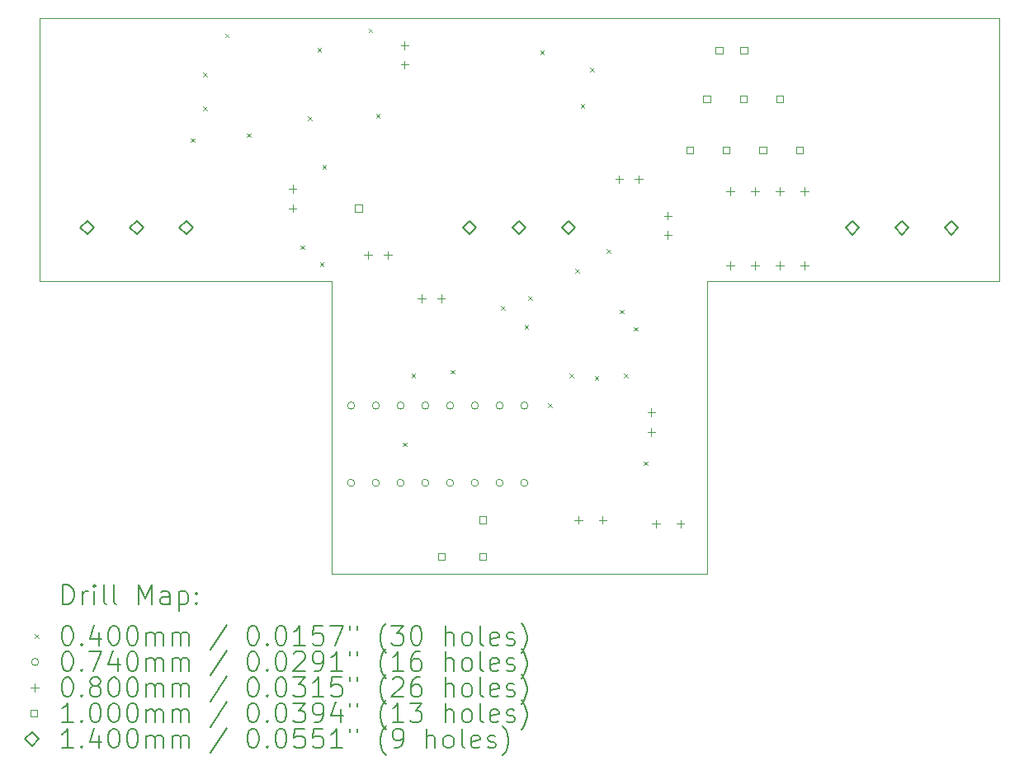
<source format=gbr>
%TF.GenerationSoftware,KiCad,Pcbnew,7.0.2*%
%TF.CreationDate,2023-07-16T22:25:04-04:00*%
%TF.ProjectId,hellerune,68656c6c-6572-4756-9e65-2e6b69636164,rev?*%
%TF.SameCoordinates,Original*%
%TF.FileFunction,Drillmap*%
%TF.FilePolarity,Positive*%
%FSLAX45Y45*%
G04 Gerber Fmt 4.5, Leading zero omitted, Abs format (unit mm)*
G04 Created by KiCad (PCBNEW 7.0.2) date 2023-07-16 22:25:04*
%MOMM*%
%LPD*%
G01*
G04 APERTURE LIST*
%ADD10C,0.100000*%
%ADD11C,0.200000*%
%ADD12C,0.040000*%
%ADD13C,0.074000*%
%ADD14C,0.080000*%
%ADD15C,0.140000*%
G04 APERTURE END LIST*
D10*
X18853680Y-5350000D02*
X18853680Y-8050000D01*
X12000000Y-8050000D02*
X12000000Y-11050000D01*
X9000000Y-5350000D02*
X9000000Y-8050000D01*
X9000000Y-8050000D02*
X12000000Y-8050000D01*
X15853680Y-8050000D02*
X15853680Y-11050000D01*
X12000000Y-11050000D02*
X15853680Y-11050000D01*
X9000000Y-5350000D02*
X18853680Y-5350000D01*
X15853680Y-8050000D02*
X18853680Y-8050000D01*
D11*
D12*
X10555000Y-6580000D02*
X10595000Y-6620000D01*
X10595000Y-6580000D02*
X10555000Y-6620000D01*
X10680000Y-5905000D02*
X10720000Y-5945000D01*
X10720000Y-5905000D02*
X10680000Y-5945000D01*
X10680000Y-6255000D02*
X10720000Y-6295000D01*
X10720000Y-6255000D02*
X10680000Y-6295000D01*
X10905000Y-5505000D02*
X10945000Y-5545000D01*
X10945000Y-5505000D02*
X10905000Y-5545000D01*
X11130000Y-6530000D02*
X11170000Y-6570000D01*
X11170000Y-6530000D02*
X11130000Y-6570000D01*
X11680000Y-7680000D02*
X11720000Y-7720000D01*
X11720000Y-7680000D02*
X11680000Y-7720000D01*
X11755000Y-6355000D02*
X11795000Y-6395000D01*
X11795000Y-6355000D02*
X11755000Y-6395000D01*
X11855000Y-5655000D02*
X11895000Y-5695000D01*
X11895000Y-5655000D02*
X11855000Y-5695000D01*
X11880000Y-7855000D02*
X11920000Y-7895000D01*
X11920000Y-7855000D02*
X11880000Y-7895000D01*
X11905000Y-6855000D02*
X11945000Y-6895000D01*
X11945000Y-6855000D02*
X11905000Y-6895000D01*
X12380000Y-5455000D02*
X12420000Y-5495000D01*
X12420000Y-5455000D02*
X12380000Y-5495000D01*
X12455000Y-6330000D02*
X12495000Y-6370000D01*
X12495000Y-6330000D02*
X12455000Y-6370000D01*
X12730000Y-9705000D02*
X12770000Y-9745000D01*
X12770000Y-9705000D02*
X12730000Y-9745000D01*
X12820000Y-9000000D02*
X12860000Y-9040000D01*
X12860000Y-9000000D02*
X12820000Y-9040000D01*
X13220000Y-8960000D02*
X13260000Y-9000000D01*
X13260000Y-8960000D02*
X13220000Y-9000000D01*
X13740000Y-8300000D02*
X13780000Y-8340000D01*
X13780000Y-8300000D02*
X13740000Y-8340000D01*
X13980000Y-8500000D02*
X14020000Y-8540000D01*
X14020000Y-8500000D02*
X13980000Y-8540000D01*
X14020000Y-8200000D02*
X14060000Y-8240000D01*
X14060000Y-8200000D02*
X14020000Y-8240000D01*
X14140000Y-5680000D02*
X14180000Y-5720000D01*
X14180000Y-5680000D02*
X14140000Y-5720000D01*
X14220000Y-9300000D02*
X14260000Y-9340000D01*
X14260000Y-9300000D02*
X14220000Y-9340000D01*
X14440000Y-9000000D02*
X14480000Y-9040000D01*
X14480000Y-9000000D02*
X14440000Y-9040000D01*
X14500000Y-7920000D02*
X14540000Y-7960000D01*
X14540000Y-7920000D02*
X14500000Y-7960000D01*
X14555000Y-6230000D02*
X14595000Y-6270000D01*
X14595000Y-6230000D02*
X14555000Y-6270000D01*
X14655000Y-5855000D02*
X14695000Y-5895000D01*
X14695000Y-5855000D02*
X14655000Y-5895000D01*
X14700000Y-9020000D02*
X14740000Y-9060000D01*
X14740000Y-9020000D02*
X14700000Y-9060000D01*
X14820000Y-7720000D02*
X14860000Y-7760000D01*
X14860000Y-7720000D02*
X14820000Y-7760000D01*
X14960000Y-8340000D02*
X15000000Y-8380000D01*
X15000000Y-8340000D02*
X14960000Y-8380000D01*
X15000000Y-9000000D02*
X15040000Y-9040000D01*
X15040000Y-9000000D02*
X15000000Y-9040000D01*
X15100000Y-8520000D02*
X15140000Y-8560000D01*
X15140000Y-8520000D02*
X15100000Y-8560000D01*
X15200000Y-9900000D02*
X15240000Y-9940000D01*
X15240000Y-9900000D02*
X15200000Y-9940000D01*
D13*
X12236929Y-9325071D02*
G75*
G03*
X12236929Y-9325071I-37000J0D01*
G01*
X12236929Y-10119071D02*
G75*
G03*
X12236929Y-10119071I-37000J0D01*
G01*
X12490929Y-9325071D02*
G75*
G03*
X12490929Y-9325071I-37000J0D01*
G01*
X12490929Y-10119071D02*
G75*
G03*
X12490929Y-10119071I-37000J0D01*
G01*
X12744929Y-9325071D02*
G75*
G03*
X12744929Y-9325071I-37000J0D01*
G01*
X12744929Y-10119071D02*
G75*
G03*
X12744929Y-10119071I-37000J0D01*
G01*
X12998929Y-9325071D02*
G75*
G03*
X12998929Y-9325071I-37000J0D01*
G01*
X12998929Y-10119071D02*
G75*
G03*
X12998929Y-10119071I-37000J0D01*
G01*
X13252929Y-9325071D02*
G75*
G03*
X13252929Y-9325071I-37000J0D01*
G01*
X13252929Y-10119071D02*
G75*
G03*
X13252929Y-10119071I-37000J0D01*
G01*
X13506929Y-9325071D02*
G75*
G03*
X13506929Y-9325071I-37000J0D01*
G01*
X13506929Y-10119071D02*
G75*
G03*
X13506929Y-10119071I-37000J0D01*
G01*
X13760929Y-9325071D02*
G75*
G03*
X13760929Y-9325071I-37000J0D01*
G01*
X13760929Y-10119071D02*
G75*
G03*
X13760929Y-10119071I-37000J0D01*
G01*
X14014929Y-9325071D02*
G75*
G03*
X14014929Y-9325071I-37000J0D01*
G01*
X14014929Y-10119071D02*
G75*
G03*
X14014929Y-10119071I-37000J0D01*
G01*
D14*
X11600000Y-7060000D02*
X11600000Y-7140000D01*
X11560000Y-7100000D02*
X11640000Y-7100000D01*
X11600000Y-7260000D02*
X11600000Y-7340000D01*
X11560000Y-7300000D02*
X11640000Y-7300000D01*
X12375511Y-7740000D02*
X12375511Y-7820000D01*
X12335511Y-7780000D02*
X12415511Y-7780000D01*
X12575511Y-7740000D02*
X12575511Y-7820000D01*
X12535511Y-7780000D02*
X12615511Y-7780000D01*
X12750000Y-5585000D02*
X12750000Y-5665000D01*
X12710000Y-5625000D02*
X12790000Y-5625000D01*
X12750000Y-5785000D02*
X12750000Y-5865000D01*
X12710000Y-5825000D02*
X12790000Y-5825000D01*
X12925000Y-8185000D02*
X12925000Y-8265000D01*
X12885000Y-8225000D02*
X12965000Y-8225000D01*
X13125000Y-8185000D02*
X13125000Y-8265000D01*
X13085000Y-8225000D02*
X13165000Y-8225000D01*
X14531762Y-10460000D02*
X14531762Y-10540000D01*
X14491762Y-10500000D02*
X14571762Y-10500000D01*
X14781762Y-10460000D02*
X14781762Y-10540000D01*
X14741762Y-10500000D02*
X14821762Y-10500000D01*
X14950000Y-6960000D02*
X14950000Y-7040000D01*
X14910000Y-7000000D02*
X14990000Y-7000000D01*
X15150000Y-6960000D02*
X15150000Y-7040000D01*
X15110000Y-7000000D02*
X15190000Y-7000000D01*
X15280000Y-9355511D02*
X15280000Y-9435511D01*
X15240000Y-9395511D02*
X15320000Y-9395511D01*
X15280000Y-9555511D02*
X15280000Y-9635511D01*
X15240000Y-9595511D02*
X15320000Y-9595511D01*
X15330000Y-10500000D02*
X15330000Y-10580000D01*
X15290000Y-10540000D02*
X15370000Y-10540000D01*
X15450000Y-7335000D02*
X15450000Y-7415000D01*
X15410000Y-7375000D02*
X15490000Y-7375000D01*
X15450000Y-7535000D02*
X15450000Y-7615000D01*
X15410000Y-7575000D02*
X15490000Y-7575000D01*
X15580000Y-10500000D02*
X15580000Y-10580000D01*
X15540000Y-10540000D02*
X15620000Y-10540000D01*
X16092000Y-7085000D02*
X16092000Y-7165000D01*
X16052000Y-7125000D02*
X16132000Y-7125000D01*
X16092000Y-7847000D02*
X16092000Y-7927000D01*
X16052000Y-7887000D02*
X16132000Y-7887000D01*
X16346000Y-7085000D02*
X16346000Y-7165000D01*
X16306000Y-7125000D02*
X16386000Y-7125000D01*
X16346000Y-7847000D02*
X16346000Y-7927000D01*
X16306000Y-7887000D02*
X16386000Y-7887000D01*
X16600000Y-7085000D02*
X16600000Y-7165000D01*
X16560000Y-7125000D02*
X16640000Y-7125000D01*
X16600000Y-7847000D02*
X16600000Y-7927000D01*
X16560000Y-7887000D02*
X16640000Y-7887000D01*
X16854000Y-7085000D02*
X16854000Y-7165000D01*
X16814000Y-7125000D02*
X16894000Y-7125000D01*
X16854000Y-7847000D02*
X16854000Y-7927000D01*
X16814000Y-7887000D02*
X16894000Y-7887000D01*
D10*
X12310356Y-7335356D02*
X12310356Y-7264644D01*
X12239644Y-7264644D01*
X12239644Y-7335356D01*
X12310356Y-7335356D01*
X13160356Y-10910356D02*
X13160356Y-10839644D01*
X13089644Y-10839644D01*
X13089644Y-10910356D01*
X13160356Y-10910356D01*
X13585356Y-10535356D02*
X13585356Y-10464644D01*
X13514644Y-10464644D01*
X13514644Y-10535356D01*
X13585356Y-10535356D01*
X13585356Y-10910356D02*
X13585356Y-10839644D01*
X13514644Y-10839644D01*
X13514644Y-10910356D01*
X13585356Y-10910356D01*
X15710356Y-6735356D02*
X15710356Y-6664644D01*
X15639644Y-6664644D01*
X15639644Y-6735356D01*
X15710356Y-6735356D01*
X15885356Y-6210356D02*
X15885356Y-6139644D01*
X15814644Y-6139644D01*
X15814644Y-6210356D01*
X15885356Y-6210356D01*
X16010356Y-5710356D02*
X16010356Y-5639644D01*
X15939644Y-5639644D01*
X15939644Y-5710356D01*
X16010356Y-5710356D01*
X16085356Y-6735356D02*
X16085356Y-6664644D01*
X16014644Y-6664644D01*
X16014644Y-6735356D01*
X16085356Y-6735356D01*
X16260356Y-6210356D02*
X16260356Y-6139644D01*
X16189644Y-6139644D01*
X16189644Y-6210356D01*
X16260356Y-6210356D01*
X16264356Y-5710356D02*
X16264356Y-5639644D01*
X16193644Y-5639644D01*
X16193644Y-5710356D01*
X16264356Y-5710356D01*
X16460356Y-6735356D02*
X16460356Y-6664644D01*
X16389644Y-6664644D01*
X16389644Y-6735356D01*
X16460356Y-6735356D01*
X16635356Y-6210356D02*
X16635356Y-6139644D01*
X16564644Y-6139644D01*
X16564644Y-6210356D01*
X16635356Y-6210356D01*
X16835356Y-6735356D02*
X16835356Y-6664644D01*
X16764644Y-6664644D01*
X16764644Y-6735356D01*
X16835356Y-6735356D01*
D15*
X9492000Y-7568550D02*
X9562000Y-7498550D01*
X9492000Y-7428550D01*
X9422000Y-7498550D01*
X9492000Y-7568550D01*
X10000000Y-7568550D02*
X10070000Y-7498550D01*
X10000000Y-7428550D01*
X9930000Y-7498550D01*
X10000000Y-7568550D01*
X10508000Y-7568550D02*
X10578000Y-7498550D01*
X10508000Y-7428550D01*
X10438000Y-7498550D01*
X10508000Y-7568550D01*
X13417000Y-7568550D02*
X13487000Y-7498550D01*
X13417000Y-7428550D01*
X13347000Y-7498550D01*
X13417000Y-7568550D01*
X13925000Y-7568550D02*
X13995000Y-7498550D01*
X13925000Y-7428550D01*
X13855000Y-7498550D01*
X13925000Y-7568550D01*
X14433000Y-7568550D02*
X14503000Y-7498550D01*
X14433000Y-7428550D01*
X14363000Y-7498550D01*
X14433000Y-7568550D01*
X17345680Y-7570000D02*
X17415680Y-7500000D01*
X17345680Y-7430000D01*
X17275680Y-7500000D01*
X17345680Y-7570000D01*
X17853680Y-7570000D02*
X17923680Y-7500000D01*
X17853680Y-7430000D01*
X17783680Y-7500000D01*
X17853680Y-7570000D01*
X18361680Y-7570000D02*
X18431680Y-7500000D01*
X18361680Y-7430000D01*
X18291680Y-7500000D01*
X18361680Y-7570000D01*
D11*
X9242619Y-11367524D02*
X9242619Y-11167524D01*
X9242619Y-11167524D02*
X9290238Y-11167524D01*
X9290238Y-11167524D02*
X9318810Y-11177048D01*
X9318810Y-11177048D02*
X9337857Y-11196095D01*
X9337857Y-11196095D02*
X9347381Y-11215143D01*
X9347381Y-11215143D02*
X9356905Y-11253238D01*
X9356905Y-11253238D02*
X9356905Y-11281809D01*
X9356905Y-11281809D02*
X9347381Y-11319905D01*
X9347381Y-11319905D02*
X9337857Y-11338952D01*
X9337857Y-11338952D02*
X9318810Y-11358000D01*
X9318810Y-11358000D02*
X9290238Y-11367524D01*
X9290238Y-11367524D02*
X9242619Y-11367524D01*
X9442619Y-11367524D02*
X9442619Y-11234190D01*
X9442619Y-11272286D02*
X9452143Y-11253238D01*
X9452143Y-11253238D02*
X9461667Y-11243714D01*
X9461667Y-11243714D02*
X9480714Y-11234190D01*
X9480714Y-11234190D02*
X9499762Y-11234190D01*
X9566429Y-11367524D02*
X9566429Y-11234190D01*
X9566429Y-11167524D02*
X9556905Y-11177048D01*
X9556905Y-11177048D02*
X9566429Y-11186571D01*
X9566429Y-11186571D02*
X9575952Y-11177048D01*
X9575952Y-11177048D02*
X9566429Y-11167524D01*
X9566429Y-11167524D02*
X9566429Y-11186571D01*
X9690238Y-11367524D02*
X9671190Y-11358000D01*
X9671190Y-11358000D02*
X9661667Y-11338952D01*
X9661667Y-11338952D02*
X9661667Y-11167524D01*
X9795000Y-11367524D02*
X9775952Y-11358000D01*
X9775952Y-11358000D02*
X9766429Y-11338952D01*
X9766429Y-11338952D02*
X9766429Y-11167524D01*
X10023571Y-11367524D02*
X10023571Y-11167524D01*
X10023571Y-11167524D02*
X10090238Y-11310381D01*
X10090238Y-11310381D02*
X10156905Y-11167524D01*
X10156905Y-11167524D02*
X10156905Y-11367524D01*
X10337857Y-11367524D02*
X10337857Y-11262762D01*
X10337857Y-11262762D02*
X10328333Y-11243714D01*
X10328333Y-11243714D02*
X10309286Y-11234190D01*
X10309286Y-11234190D02*
X10271190Y-11234190D01*
X10271190Y-11234190D02*
X10252143Y-11243714D01*
X10337857Y-11358000D02*
X10318810Y-11367524D01*
X10318810Y-11367524D02*
X10271190Y-11367524D01*
X10271190Y-11367524D02*
X10252143Y-11358000D01*
X10252143Y-11358000D02*
X10242619Y-11338952D01*
X10242619Y-11338952D02*
X10242619Y-11319905D01*
X10242619Y-11319905D02*
X10252143Y-11300857D01*
X10252143Y-11300857D02*
X10271190Y-11291333D01*
X10271190Y-11291333D02*
X10318810Y-11291333D01*
X10318810Y-11291333D02*
X10337857Y-11281809D01*
X10433095Y-11234190D02*
X10433095Y-11434190D01*
X10433095Y-11243714D02*
X10452143Y-11234190D01*
X10452143Y-11234190D02*
X10490238Y-11234190D01*
X10490238Y-11234190D02*
X10509286Y-11243714D01*
X10509286Y-11243714D02*
X10518810Y-11253238D01*
X10518810Y-11253238D02*
X10528333Y-11272286D01*
X10528333Y-11272286D02*
X10528333Y-11329428D01*
X10528333Y-11329428D02*
X10518810Y-11348476D01*
X10518810Y-11348476D02*
X10509286Y-11358000D01*
X10509286Y-11358000D02*
X10490238Y-11367524D01*
X10490238Y-11367524D02*
X10452143Y-11367524D01*
X10452143Y-11367524D02*
X10433095Y-11358000D01*
X10614048Y-11348476D02*
X10623571Y-11358000D01*
X10623571Y-11358000D02*
X10614048Y-11367524D01*
X10614048Y-11367524D02*
X10604524Y-11358000D01*
X10604524Y-11358000D02*
X10614048Y-11348476D01*
X10614048Y-11348476D02*
X10614048Y-11367524D01*
X10614048Y-11243714D02*
X10623571Y-11253238D01*
X10623571Y-11253238D02*
X10614048Y-11262762D01*
X10614048Y-11262762D02*
X10604524Y-11253238D01*
X10604524Y-11253238D02*
X10614048Y-11243714D01*
X10614048Y-11243714D02*
X10614048Y-11262762D01*
D12*
X8955000Y-11675000D02*
X8995000Y-11715000D01*
X8995000Y-11675000D02*
X8955000Y-11715000D01*
D11*
X9280714Y-11587524D02*
X9299762Y-11587524D01*
X9299762Y-11587524D02*
X9318810Y-11597048D01*
X9318810Y-11597048D02*
X9328333Y-11606571D01*
X9328333Y-11606571D02*
X9337857Y-11625619D01*
X9337857Y-11625619D02*
X9347381Y-11663714D01*
X9347381Y-11663714D02*
X9347381Y-11711333D01*
X9347381Y-11711333D02*
X9337857Y-11749428D01*
X9337857Y-11749428D02*
X9328333Y-11768476D01*
X9328333Y-11768476D02*
X9318810Y-11778000D01*
X9318810Y-11778000D02*
X9299762Y-11787524D01*
X9299762Y-11787524D02*
X9280714Y-11787524D01*
X9280714Y-11787524D02*
X9261667Y-11778000D01*
X9261667Y-11778000D02*
X9252143Y-11768476D01*
X9252143Y-11768476D02*
X9242619Y-11749428D01*
X9242619Y-11749428D02*
X9233095Y-11711333D01*
X9233095Y-11711333D02*
X9233095Y-11663714D01*
X9233095Y-11663714D02*
X9242619Y-11625619D01*
X9242619Y-11625619D02*
X9252143Y-11606571D01*
X9252143Y-11606571D02*
X9261667Y-11597048D01*
X9261667Y-11597048D02*
X9280714Y-11587524D01*
X9433095Y-11768476D02*
X9442619Y-11778000D01*
X9442619Y-11778000D02*
X9433095Y-11787524D01*
X9433095Y-11787524D02*
X9423571Y-11778000D01*
X9423571Y-11778000D02*
X9433095Y-11768476D01*
X9433095Y-11768476D02*
X9433095Y-11787524D01*
X9614048Y-11654190D02*
X9614048Y-11787524D01*
X9566429Y-11578000D02*
X9518810Y-11720857D01*
X9518810Y-11720857D02*
X9642619Y-11720857D01*
X9756905Y-11587524D02*
X9775952Y-11587524D01*
X9775952Y-11587524D02*
X9795000Y-11597048D01*
X9795000Y-11597048D02*
X9804524Y-11606571D01*
X9804524Y-11606571D02*
X9814048Y-11625619D01*
X9814048Y-11625619D02*
X9823571Y-11663714D01*
X9823571Y-11663714D02*
X9823571Y-11711333D01*
X9823571Y-11711333D02*
X9814048Y-11749428D01*
X9814048Y-11749428D02*
X9804524Y-11768476D01*
X9804524Y-11768476D02*
X9795000Y-11778000D01*
X9795000Y-11778000D02*
X9775952Y-11787524D01*
X9775952Y-11787524D02*
X9756905Y-11787524D01*
X9756905Y-11787524D02*
X9737857Y-11778000D01*
X9737857Y-11778000D02*
X9728333Y-11768476D01*
X9728333Y-11768476D02*
X9718810Y-11749428D01*
X9718810Y-11749428D02*
X9709286Y-11711333D01*
X9709286Y-11711333D02*
X9709286Y-11663714D01*
X9709286Y-11663714D02*
X9718810Y-11625619D01*
X9718810Y-11625619D02*
X9728333Y-11606571D01*
X9728333Y-11606571D02*
X9737857Y-11597048D01*
X9737857Y-11597048D02*
X9756905Y-11587524D01*
X9947381Y-11587524D02*
X9966429Y-11587524D01*
X9966429Y-11587524D02*
X9985476Y-11597048D01*
X9985476Y-11597048D02*
X9995000Y-11606571D01*
X9995000Y-11606571D02*
X10004524Y-11625619D01*
X10004524Y-11625619D02*
X10014048Y-11663714D01*
X10014048Y-11663714D02*
X10014048Y-11711333D01*
X10014048Y-11711333D02*
X10004524Y-11749428D01*
X10004524Y-11749428D02*
X9995000Y-11768476D01*
X9995000Y-11768476D02*
X9985476Y-11778000D01*
X9985476Y-11778000D02*
X9966429Y-11787524D01*
X9966429Y-11787524D02*
X9947381Y-11787524D01*
X9947381Y-11787524D02*
X9928333Y-11778000D01*
X9928333Y-11778000D02*
X9918810Y-11768476D01*
X9918810Y-11768476D02*
X9909286Y-11749428D01*
X9909286Y-11749428D02*
X9899762Y-11711333D01*
X9899762Y-11711333D02*
X9899762Y-11663714D01*
X9899762Y-11663714D02*
X9909286Y-11625619D01*
X9909286Y-11625619D02*
X9918810Y-11606571D01*
X9918810Y-11606571D02*
X9928333Y-11597048D01*
X9928333Y-11597048D02*
X9947381Y-11587524D01*
X10099762Y-11787524D02*
X10099762Y-11654190D01*
X10099762Y-11673238D02*
X10109286Y-11663714D01*
X10109286Y-11663714D02*
X10128333Y-11654190D01*
X10128333Y-11654190D02*
X10156905Y-11654190D01*
X10156905Y-11654190D02*
X10175952Y-11663714D01*
X10175952Y-11663714D02*
X10185476Y-11682762D01*
X10185476Y-11682762D02*
X10185476Y-11787524D01*
X10185476Y-11682762D02*
X10195000Y-11663714D01*
X10195000Y-11663714D02*
X10214048Y-11654190D01*
X10214048Y-11654190D02*
X10242619Y-11654190D01*
X10242619Y-11654190D02*
X10261667Y-11663714D01*
X10261667Y-11663714D02*
X10271191Y-11682762D01*
X10271191Y-11682762D02*
X10271191Y-11787524D01*
X10366429Y-11787524D02*
X10366429Y-11654190D01*
X10366429Y-11673238D02*
X10375952Y-11663714D01*
X10375952Y-11663714D02*
X10395000Y-11654190D01*
X10395000Y-11654190D02*
X10423572Y-11654190D01*
X10423572Y-11654190D02*
X10442619Y-11663714D01*
X10442619Y-11663714D02*
X10452143Y-11682762D01*
X10452143Y-11682762D02*
X10452143Y-11787524D01*
X10452143Y-11682762D02*
X10461667Y-11663714D01*
X10461667Y-11663714D02*
X10480714Y-11654190D01*
X10480714Y-11654190D02*
X10509286Y-11654190D01*
X10509286Y-11654190D02*
X10528333Y-11663714D01*
X10528333Y-11663714D02*
X10537857Y-11682762D01*
X10537857Y-11682762D02*
X10537857Y-11787524D01*
X10928333Y-11578000D02*
X10756905Y-11835143D01*
X11185476Y-11587524D02*
X11204524Y-11587524D01*
X11204524Y-11587524D02*
X11223572Y-11597048D01*
X11223572Y-11597048D02*
X11233095Y-11606571D01*
X11233095Y-11606571D02*
X11242619Y-11625619D01*
X11242619Y-11625619D02*
X11252143Y-11663714D01*
X11252143Y-11663714D02*
X11252143Y-11711333D01*
X11252143Y-11711333D02*
X11242619Y-11749428D01*
X11242619Y-11749428D02*
X11233095Y-11768476D01*
X11233095Y-11768476D02*
X11223572Y-11778000D01*
X11223572Y-11778000D02*
X11204524Y-11787524D01*
X11204524Y-11787524D02*
X11185476Y-11787524D01*
X11185476Y-11787524D02*
X11166429Y-11778000D01*
X11166429Y-11778000D02*
X11156905Y-11768476D01*
X11156905Y-11768476D02*
X11147381Y-11749428D01*
X11147381Y-11749428D02*
X11137857Y-11711333D01*
X11137857Y-11711333D02*
X11137857Y-11663714D01*
X11137857Y-11663714D02*
X11147381Y-11625619D01*
X11147381Y-11625619D02*
X11156905Y-11606571D01*
X11156905Y-11606571D02*
X11166429Y-11597048D01*
X11166429Y-11597048D02*
X11185476Y-11587524D01*
X11337857Y-11768476D02*
X11347381Y-11778000D01*
X11347381Y-11778000D02*
X11337857Y-11787524D01*
X11337857Y-11787524D02*
X11328333Y-11778000D01*
X11328333Y-11778000D02*
X11337857Y-11768476D01*
X11337857Y-11768476D02*
X11337857Y-11787524D01*
X11471191Y-11587524D02*
X11490238Y-11587524D01*
X11490238Y-11587524D02*
X11509286Y-11597048D01*
X11509286Y-11597048D02*
X11518810Y-11606571D01*
X11518810Y-11606571D02*
X11528333Y-11625619D01*
X11528333Y-11625619D02*
X11537857Y-11663714D01*
X11537857Y-11663714D02*
X11537857Y-11711333D01*
X11537857Y-11711333D02*
X11528333Y-11749428D01*
X11528333Y-11749428D02*
X11518810Y-11768476D01*
X11518810Y-11768476D02*
X11509286Y-11778000D01*
X11509286Y-11778000D02*
X11490238Y-11787524D01*
X11490238Y-11787524D02*
X11471191Y-11787524D01*
X11471191Y-11787524D02*
X11452143Y-11778000D01*
X11452143Y-11778000D02*
X11442619Y-11768476D01*
X11442619Y-11768476D02*
X11433095Y-11749428D01*
X11433095Y-11749428D02*
X11423572Y-11711333D01*
X11423572Y-11711333D02*
X11423572Y-11663714D01*
X11423572Y-11663714D02*
X11433095Y-11625619D01*
X11433095Y-11625619D02*
X11442619Y-11606571D01*
X11442619Y-11606571D02*
X11452143Y-11597048D01*
X11452143Y-11597048D02*
X11471191Y-11587524D01*
X11728333Y-11787524D02*
X11614048Y-11787524D01*
X11671191Y-11787524D02*
X11671191Y-11587524D01*
X11671191Y-11587524D02*
X11652143Y-11616095D01*
X11652143Y-11616095D02*
X11633095Y-11635143D01*
X11633095Y-11635143D02*
X11614048Y-11644667D01*
X11909286Y-11587524D02*
X11814048Y-11587524D01*
X11814048Y-11587524D02*
X11804524Y-11682762D01*
X11804524Y-11682762D02*
X11814048Y-11673238D01*
X11814048Y-11673238D02*
X11833095Y-11663714D01*
X11833095Y-11663714D02*
X11880714Y-11663714D01*
X11880714Y-11663714D02*
X11899762Y-11673238D01*
X11899762Y-11673238D02*
X11909286Y-11682762D01*
X11909286Y-11682762D02*
X11918810Y-11701809D01*
X11918810Y-11701809D02*
X11918810Y-11749428D01*
X11918810Y-11749428D02*
X11909286Y-11768476D01*
X11909286Y-11768476D02*
X11899762Y-11778000D01*
X11899762Y-11778000D02*
X11880714Y-11787524D01*
X11880714Y-11787524D02*
X11833095Y-11787524D01*
X11833095Y-11787524D02*
X11814048Y-11778000D01*
X11814048Y-11778000D02*
X11804524Y-11768476D01*
X11985476Y-11587524D02*
X12118810Y-11587524D01*
X12118810Y-11587524D02*
X12033095Y-11787524D01*
X12185476Y-11587524D02*
X12185476Y-11625619D01*
X12261667Y-11587524D02*
X12261667Y-11625619D01*
X12556905Y-11863714D02*
X12547381Y-11854190D01*
X12547381Y-11854190D02*
X12528334Y-11825619D01*
X12528334Y-11825619D02*
X12518810Y-11806571D01*
X12518810Y-11806571D02*
X12509286Y-11778000D01*
X12509286Y-11778000D02*
X12499762Y-11730381D01*
X12499762Y-11730381D02*
X12499762Y-11692286D01*
X12499762Y-11692286D02*
X12509286Y-11644667D01*
X12509286Y-11644667D02*
X12518810Y-11616095D01*
X12518810Y-11616095D02*
X12528334Y-11597048D01*
X12528334Y-11597048D02*
X12547381Y-11568476D01*
X12547381Y-11568476D02*
X12556905Y-11558952D01*
X12614048Y-11587524D02*
X12737857Y-11587524D01*
X12737857Y-11587524D02*
X12671191Y-11663714D01*
X12671191Y-11663714D02*
X12699762Y-11663714D01*
X12699762Y-11663714D02*
X12718810Y-11673238D01*
X12718810Y-11673238D02*
X12728334Y-11682762D01*
X12728334Y-11682762D02*
X12737857Y-11701809D01*
X12737857Y-11701809D02*
X12737857Y-11749428D01*
X12737857Y-11749428D02*
X12728334Y-11768476D01*
X12728334Y-11768476D02*
X12718810Y-11778000D01*
X12718810Y-11778000D02*
X12699762Y-11787524D01*
X12699762Y-11787524D02*
X12642619Y-11787524D01*
X12642619Y-11787524D02*
X12623572Y-11778000D01*
X12623572Y-11778000D02*
X12614048Y-11768476D01*
X12861667Y-11587524D02*
X12880715Y-11587524D01*
X12880715Y-11587524D02*
X12899762Y-11597048D01*
X12899762Y-11597048D02*
X12909286Y-11606571D01*
X12909286Y-11606571D02*
X12918810Y-11625619D01*
X12918810Y-11625619D02*
X12928334Y-11663714D01*
X12928334Y-11663714D02*
X12928334Y-11711333D01*
X12928334Y-11711333D02*
X12918810Y-11749428D01*
X12918810Y-11749428D02*
X12909286Y-11768476D01*
X12909286Y-11768476D02*
X12899762Y-11778000D01*
X12899762Y-11778000D02*
X12880715Y-11787524D01*
X12880715Y-11787524D02*
X12861667Y-11787524D01*
X12861667Y-11787524D02*
X12842619Y-11778000D01*
X12842619Y-11778000D02*
X12833095Y-11768476D01*
X12833095Y-11768476D02*
X12823572Y-11749428D01*
X12823572Y-11749428D02*
X12814048Y-11711333D01*
X12814048Y-11711333D02*
X12814048Y-11663714D01*
X12814048Y-11663714D02*
X12823572Y-11625619D01*
X12823572Y-11625619D02*
X12833095Y-11606571D01*
X12833095Y-11606571D02*
X12842619Y-11597048D01*
X12842619Y-11597048D02*
X12861667Y-11587524D01*
X13166429Y-11787524D02*
X13166429Y-11587524D01*
X13252143Y-11787524D02*
X13252143Y-11682762D01*
X13252143Y-11682762D02*
X13242619Y-11663714D01*
X13242619Y-11663714D02*
X13223572Y-11654190D01*
X13223572Y-11654190D02*
X13195000Y-11654190D01*
X13195000Y-11654190D02*
X13175953Y-11663714D01*
X13175953Y-11663714D02*
X13166429Y-11673238D01*
X13375953Y-11787524D02*
X13356905Y-11778000D01*
X13356905Y-11778000D02*
X13347381Y-11768476D01*
X13347381Y-11768476D02*
X13337857Y-11749428D01*
X13337857Y-11749428D02*
X13337857Y-11692286D01*
X13337857Y-11692286D02*
X13347381Y-11673238D01*
X13347381Y-11673238D02*
X13356905Y-11663714D01*
X13356905Y-11663714D02*
X13375953Y-11654190D01*
X13375953Y-11654190D02*
X13404524Y-11654190D01*
X13404524Y-11654190D02*
X13423572Y-11663714D01*
X13423572Y-11663714D02*
X13433096Y-11673238D01*
X13433096Y-11673238D02*
X13442619Y-11692286D01*
X13442619Y-11692286D02*
X13442619Y-11749428D01*
X13442619Y-11749428D02*
X13433096Y-11768476D01*
X13433096Y-11768476D02*
X13423572Y-11778000D01*
X13423572Y-11778000D02*
X13404524Y-11787524D01*
X13404524Y-11787524D02*
X13375953Y-11787524D01*
X13556905Y-11787524D02*
X13537857Y-11778000D01*
X13537857Y-11778000D02*
X13528334Y-11758952D01*
X13528334Y-11758952D02*
X13528334Y-11587524D01*
X13709286Y-11778000D02*
X13690238Y-11787524D01*
X13690238Y-11787524D02*
X13652143Y-11787524D01*
X13652143Y-11787524D02*
X13633096Y-11778000D01*
X13633096Y-11778000D02*
X13623572Y-11758952D01*
X13623572Y-11758952D02*
X13623572Y-11682762D01*
X13623572Y-11682762D02*
X13633096Y-11663714D01*
X13633096Y-11663714D02*
X13652143Y-11654190D01*
X13652143Y-11654190D02*
X13690238Y-11654190D01*
X13690238Y-11654190D02*
X13709286Y-11663714D01*
X13709286Y-11663714D02*
X13718810Y-11682762D01*
X13718810Y-11682762D02*
X13718810Y-11701809D01*
X13718810Y-11701809D02*
X13623572Y-11720857D01*
X13795000Y-11778000D02*
X13814048Y-11787524D01*
X13814048Y-11787524D02*
X13852143Y-11787524D01*
X13852143Y-11787524D02*
X13871191Y-11778000D01*
X13871191Y-11778000D02*
X13880715Y-11758952D01*
X13880715Y-11758952D02*
X13880715Y-11749428D01*
X13880715Y-11749428D02*
X13871191Y-11730381D01*
X13871191Y-11730381D02*
X13852143Y-11720857D01*
X13852143Y-11720857D02*
X13823572Y-11720857D01*
X13823572Y-11720857D02*
X13804524Y-11711333D01*
X13804524Y-11711333D02*
X13795000Y-11692286D01*
X13795000Y-11692286D02*
X13795000Y-11682762D01*
X13795000Y-11682762D02*
X13804524Y-11663714D01*
X13804524Y-11663714D02*
X13823572Y-11654190D01*
X13823572Y-11654190D02*
X13852143Y-11654190D01*
X13852143Y-11654190D02*
X13871191Y-11663714D01*
X13947381Y-11863714D02*
X13956905Y-11854190D01*
X13956905Y-11854190D02*
X13975953Y-11825619D01*
X13975953Y-11825619D02*
X13985477Y-11806571D01*
X13985477Y-11806571D02*
X13995000Y-11778000D01*
X13995000Y-11778000D02*
X14004524Y-11730381D01*
X14004524Y-11730381D02*
X14004524Y-11692286D01*
X14004524Y-11692286D02*
X13995000Y-11644667D01*
X13995000Y-11644667D02*
X13985477Y-11616095D01*
X13985477Y-11616095D02*
X13975953Y-11597048D01*
X13975953Y-11597048D02*
X13956905Y-11568476D01*
X13956905Y-11568476D02*
X13947381Y-11558952D01*
D13*
X8995000Y-11959000D02*
G75*
G03*
X8995000Y-11959000I-37000J0D01*
G01*
D11*
X9280714Y-11851524D02*
X9299762Y-11851524D01*
X9299762Y-11851524D02*
X9318810Y-11861048D01*
X9318810Y-11861048D02*
X9328333Y-11870571D01*
X9328333Y-11870571D02*
X9337857Y-11889619D01*
X9337857Y-11889619D02*
X9347381Y-11927714D01*
X9347381Y-11927714D02*
X9347381Y-11975333D01*
X9347381Y-11975333D02*
X9337857Y-12013428D01*
X9337857Y-12013428D02*
X9328333Y-12032476D01*
X9328333Y-12032476D02*
X9318810Y-12042000D01*
X9318810Y-12042000D02*
X9299762Y-12051524D01*
X9299762Y-12051524D02*
X9280714Y-12051524D01*
X9280714Y-12051524D02*
X9261667Y-12042000D01*
X9261667Y-12042000D02*
X9252143Y-12032476D01*
X9252143Y-12032476D02*
X9242619Y-12013428D01*
X9242619Y-12013428D02*
X9233095Y-11975333D01*
X9233095Y-11975333D02*
X9233095Y-11927714D01*
X9233095Y-11927714D02*
X9242619Y-11889619D01*
X9242619Y-11889619D02*
X9252143Y-11870571D01*
X9252143Y-11870571D02*
X9261667Y-11861048D01*
X9261667Y-11861048D02*
X9280714Y-11851524D01*
X9433095Y-12032476D02*
X9442619Y-12042000D01*
X9442619Y-12042000D02*
X9433095Y-12051524D01*
X9433095Y-12051524D02*
X9423571Y-12042000D01*
X9423571Y-12042000D02*
X9433095Y-12032476D01*
X9433095Y-12032476D02*
X9433095Y-12051524D01*
X9509286Y-11851524D02*
X9642619Y-11851524D01*
X9642619Y-11851524D02*
X9556905Y-12051524D01*
X9804524Y-11918190D02*
X9804524Y-12051524D01*
X9756905Y-11842000D02*
X9709286Y-11984857D01*
X9709286Y-11984857D02*
X9833095Y-11984857D01*
X9947381Y-11851524D02*
X9966429Y-11851524D01*
X9966429Y-11851524D02*
X9985476Y-11861048D01*
X9985476Y-11861048D02*
X9995000Y-11870571D01*
X9995000Y-11870571D02*
X10004524Y-11889619D01*
X10004524Y-11889619D02*
X10014048Y-11927714D01*
X10014048Y-11927714D02*
X10014048Y-11975333D01*
X10014048Y-11975333D02*
X10004524Y-12013428D01*
X10004524Y-12013428D02*
X9995000Y-12032476D01*
X9995000Y-12032476D02*
X9985476Y-12042000D01*
X9985476Y-12042000D02*
X9966429Y-12051524D01*
X9966429Y-12051524D02*
X9947381Y-12051524D01*
X9947381Y-12051524D02*
X9928333Y-12042000D01*
X9928333Y-12042000D02*
X9918810Y-12032476D01*
X9918810Y-12032476D02*
X9909286Y-12013428D01*
X9909286Y-12013428D02*
X9899762Y-11975333D01*
X9899762Y-11975333D02*
X9899762Y-11927714D01*
X9899762Y-11927714D02*
X9909286Y-11889619D01*
X9909286Y-11889619D02*
X9918810Y-11870571D01*
X9918810Y-11870571D02*
X9928333Y-11861048D01*
X9928333Y-11861048D02*
X9947381Y-11851524D01*
X10099762Y-12051524D02*
X10099762Y-11918190D01*
X10099762Y-11937238D02*
X10109286Y-11927714D01*
X10109286Y-11927714D02*
X10128333Y-11918190D01*
X10128333Y-11918190D02*
X10156905Y-11918190D01*
X10156905Y-11918190D02*
X10175952Y-11927714D01*
X10175952Y-11927714D02*
X10185476Y-11946762D01*
X10185476Y-11946762D02*
X10185476Y-12051524D01*
X10185476Y-11946762D02*
X10195000Y-11927714D01*
X10195000Y-11927714D02*
X10214048Y-11918190D01*
X10214048Y-11918190D02*
X10242619Y-11918190D01*
X10242619Y-11918190D02*
X10261667Y-11927714D01*
X10261667Y-11927714D02*
X10271191Y-11946762D01*
X10271191Y-11946762D02*
X10271191Y-12051524D01*
X10366429Y-12051524D02*
X10366429Y-11918190D01*
X10366429Y-11937238D02*
X10375952Y-11927714D01*
X10375952Y-11927714D02*
X10395000Y-11918190D01*
X10395000Y-11918190D02*
X10423572Y-11918190D01*
X10423572Y-11918190D02*
X10442619Y-11927714D01*
X10442619Y-11927714D02*
X10452143Y-11946762D01*
X10452143Y-11946762D02*
X10452143Y-12051524D01*
X10452143Y-11946762D02*
X10461667Y-11927714D01*
X10461667Y-11927714D02*
X10480714Y-11918190D01*
X10480714Y-11918190D02*
X10509286Y-11918190D01*
X10509286Y-11918190D02*
X10528333Y-11927714D01*
X10528333Y-11927714D02*
X10537857Y-11946762D01*
X10537857Y-11946762D02*
X10537857Y-12051524D01*
X10928333Y-11842000D02*
X10756905Y-12099143D01*
X11185476Y-11851524D02*
X11204524Y-11851524D01*
X11204524Y-11851524D02*
X11223572Y-11861048D01*
X11223572Y-11861048D02*
X11233095Y-11870571D01*
X11233095Y-11870571D02*
X11242619Y-11889619D01*
X11242619Y-11889619D02*
X11252143Y-11927714D01*
X11252143Y-11927714D02*
X11252143Y-11975333D01*
X11252143Y-11975333D02*
X11242619Y-12013428D01*
X11242619Y-12013428D02*
X11233095Y-12032476D01*
X11233095Y-12032476D02*
X11223572Y-12042000D01*
X11223572Y-12042000D02*
X11204524Y-12051524D01*
X11204524Y-12051524D02*
X11185476Y-12051524D01*
X11185476Y-12051524D02*
X11166429Y-12042000D01*
X11166429Y-12042000D02*
X11156905Y-12032476D01*
X11156905Y-12032476D02*
X11147381Y-12013428D01*
X11147381Y-12013428D02*
X11137857Y-11975333D01*
X11137857Y-11975333D02*
X11137857Y-11927714D01*
X11137857Y-11927714D02*
X11147381Y-11889619D01*
X11147381Y-11889619D02*
X11156905Y-11870571D01*
X11156905Y-11870571D02*
X11166429Y-11861048D01*
X11166429Y-11861048D02*
X11185476Y-11851524D01*
X11337857Y-12032476D02*
X11347381Y-12042000D01*
X11347381Y-12042000D02*
X11337857Y-12051524D01*
X11337857Y-12051524D02*
X11328333Y-12042000D01*
X11328333Y-12042000D02*
X11337857Y-12032476D01*
X11337857Y-12032476D02*
X11337857Y-12051524D01*
X11471191Y-11851524D02*
X11490238Y-11851524D01*
X11490238Y-11851524D02*
X11509286Y-11861048D01*
X11509286Y-11861048D02*
X11518810Y-11870571D01*
X11518810Y-11870571D02*
X11528333Y-11889619D01*
X11528333Y-11889619D02*
X11537857Y-11927714D01*
X11537857Y-11927714D02*
X11537857Y-11975333D01*
X11537857Y-11975333D02*
X11528333Y-12013428D01*
X11528333Y-12013428D02*
X11518810Y-12032476D01*
X11518810Y-12032476D02*
X11509286Y-12042000D01*
X11509286Y-12042000D02*
X11490238Y-12051524D01*
X11490238Y-12051524D02*
X11471191Y-12051524D01*
X11471191Y-12051524D02*
X11452143Y-12042000D01*
X11452143Y-12042000D02*
X11442619Y-12032476D01*
X11442619Y-12032476D02*
X11433095Y-12013428D01*
X11433095Y-12013428D02*
X11423572Y-11975333D01*
X11423572Y-11975333D02*
X11423572Y-11927714D01*
X11423572Y-11927714D02*
X11433095Y-11889619D01*
X11433095Y-11889619D02*
X11442619Y-11870571D01*
X11442619Y-11870571D02*
X11452143Y-11861048D01*
X11452143Y-11861048D02*
X11471191Y-11851524D01*
X11614048Y-11870571D02*
X11623572Y-11861048D01*
X11623572Y-11861048D02*
X11642619Y-11851524D01*
X11642619Y-11851524D02*
X11690238Y-11851524D01*
X11690238Y-11851524D02*
X11709286Y-11861048D01*
X11709286Y-11861048D02*
X11718810Y-11870571D01*
X11718810Y-11870571D02*
X11728333Y-11889619D01*
X11728333Y-11889619D02*
X11728333Y-11908667D01*
X11728333Y-11908667D02*
X11718810Y-11937238D01*
X11718810Y-11937238D02*
X11604524Y-12051524D01*
X11604524Y-12051524D02*
X11728333Y-12051524D01*
X11823572Y-12051524D02*
X11861667Y-12051524D01*
X11861667Y-12051524D02*
X11880714Y-12042000D01*
X11880714Y-12042000D02*
X11890238Y-12032476D01*
X11890238Y-12032476D02*
X11909286Y-12003905D01*
X11909286Y-12003905D02*
X11918810Y-11965809D01*
X11918810Y-11965809D02*
X11918810Y-11889619D01*
X11918810Y-11889619D02*
X11909286Y-11870571D01*
X11909286Y-11870571D02*
X11899762Y-11861048D01*
X11899762Y-11861048D02*
X11880714Y-11851524D01*
X11880714Y-11851524D02*
X11842619Y-11851524D01*
X11842619Y-11851524D02*
X11823572Y-11861048D01*
X11823572Y-11861048D02*
X11814048Y-11870571D01*
X11814048Y-11870571D02*
X11804524Y-11889619D01*
X11804524Y-11889619D02*
X11804524Y-11937238D01*
X11804524Y-11937238D02*
X11814048Y-11956286D01*
X11814048Y-11956286D02*
X11823572Y-11965809D01*
X11823572Y-11965809D02*
X11842619Y-11975333D01*
X11842619Y-11975333D02*
X11880714Y-11975333D01*
X11880714Y-11975333D02*
X11899762Y-11965809D01*
X11899762Y-11965809D02*
X11909286Y-11956286D01*
X11909286Y-11956286D02*
X11918810Y-11937238D01*
X12109286Y-12051524D02*
X11995000Y-12051524D01*
X12052143Y-12051524D02*
X12052143Y-11851524D01*
X12052143Y-11851524D02*
X12033095Y-11880095D01*
X12033095Y-11880095D02*
X12014048Y-11899143D01*
X12014048Y-11899143D02*
X11995000Y-11908667D01*
X12185476Y-11851524D02*
X12185476Y-11889619D01*
X12261667Y-11851524D02*
X12261667Y-11889619D01*
X12556905Y-12127714D02*
X12547381Y-12118190D01*
X12547381Y-12118190D02*
X12528334Y-12089619D01*
X12528334Y-12089619D02*
X12518810Y-12070571D01*
X12518810Y-12070571D02*
X12509286Y-12042000D01*
X12509286Y-12042000D02*
X12499762Y-11994381D01*
X12499762Y-11994381D02*
X12499762Y-11956286D01*
X12499762Y-11956286D02*
X12509286Y-11908667D01*
X12509286Y-11908667D02*
X12518810Y-11880095D01*
X12518810Y-11880095D02*
X12528334Y-11861048D01*
X12528334Y-11861048D02*
X12547381Y-11832476D01*
X12547381Y-11832476D02*
X12556905Y-11822952D01*
X12737857Y-12051524D02*
X12623572Y-12051524D01*
X12680714Y-12051524D02*
X12680714Y-11851524D01*
X12680714Y-11851524D02*
X12661667Y-11880095D01*
X12661667Y-11880095D02*
X12642619Y-11899143D01*
X12642619Y-11899143D02*
X12623572Y-11908667D01*
X12909286Y-11851524D02*
X12871191Y-11851524D01*
X12871191Y-11851524D02*
X12852143Y-11861048D01*
X12852143Y-11861048D02*
X12842619Y-11870571D01*
X12842619Y-11870571D02*
X12823572Y-11899143D01*
X12823572Y-11899143D02*
X12814048Y-11937238D01*
X12814048Y-11937238D02*
X12814048Y-12013428D01*
X12814048Y-12013428D02*
X12823572Y-12032476D01*
X12823572Y-12032476D02*
X12833095Y-12042000D01*
X12833095Y-12042000D02*
X12852143Y-12051524D01*
X12852143Y-12051524D02*
X12890238Y-12051524D01*
X12890238Y-12051524D02*
X12909286Y-12042000D01*
X12909286Y-12042000D02*
X12918810Y-12032476D01*
X12918810Y-12032476D02*
X12928334Y-12013428D01*
X12928334Y-12013428D02*
X12928334Y-11965809D01*
X12928334Y-11965809D02*
X12918810Y-11946762D01*
X12918810Y-11946762D02*
X12909286Y-11937238D01*
X12909286Y-11937238D02*
X12890238Y-11927714D01*
X12890238Y-11927714D02*
X12852143Y-11927714D01*
X12852143Y-11927714D02*
X12833095Y-11937238D01*
X12833095Y-11937238D02*
X12823572Y-11946762D01*
X12823572Y-11946762D02*
X12814048Y-11965809D01*
X13166429Y-12051524D02*
X13166429Y-11851524D01*
X13252143Y-12051524D02*
X13252143Y-11946762D01*
X13252143Y-11946762D02*
X13242619Y-11927714D01*
X13242619Y-11927714D02*
X13223572Y-11918190D01*
X13223572Y-11918190D02*
X13195000Y-11918190D01*
X13195000Y-11918190D02*
X13175953Y-11927714D01*
X13175953Y-11927714D02*
X13166429Y-11937238D01*
X13375953Y-12051524D02*
X13356905Y-12042000D01*
X13356905Y-12042000D02*
X13347381Y-12032476D01*
X13347381Y-12032476D02*
X13337857Y-12013428D01*
X13337857Y-12013428D02*
X13337857Y-11956286D01*
X13337857Y-11956286D02*
X13347381Y-11937238D01*
X13347381Y-11937238D02*
X13356905Y-11927714D01*
X13356905Y-11927714D02*
X13375953Y-11918190D01*
X13375953Y-11918190D02*
X13404524Y-11918190D01*
X13404524Y-11918190D02*
X13423572Y-11927714D01*
X13423572Y-11927714D02*
X13433096Y-11937238D01*
X13433096Y-11937238D02*
X13442619Y-11956286D01*
X13442619Y-11956286D02*
X13442619Y-12013428D01*
X13442619Y-12013428D02*
X13433096Y-12032476D01*
X13433096Y-12032476D02*
X13423572Y-12042000D01*
X13423572Y-12042000D02*
X13404524Y-12051524D01*
X13404524Y-12051524D02*
X13375953Y-12051524D01*
X13556905Y-12051524D02*
X13537857Y-12042000D01*
X13537857Y-12042000D02*
X13528334Y-12022952D01*
X13528334Y-12022952D02*
X13528334Y-11851524D01*
X13709286Y-12042000D02*
X13690238Y-12051524D01*
X13690238Y-12051524D02*
X13652143Y-12051524D01*
X13652143Y-12051524D02*
X13633096Y-12042000D01*
X13633096Y-12042000D02*
X13623572Y-12022952D01*
X13623572Y-12022952D02*
X13623572Y-11946762D01*
X13623572Y-11946762D02*
X13633096Y-11927714D01*
X13633096Y-11927714D02*
X13652143Y-11918190D01*
X13652143Y-11918190D02*
X13690238Y-11918190D01*
X13690238Y-11918190D02*
X13709286Y-11927714D01*
X13709286Y-11927714D02*
X13718810Y-11946762D01*
X13718810Y-11946762D02*
X13718810Y-11965809D01*
X13718810Y-11965809D02*
X13623572Y-11984857D01*
X13795000Y-12042000D02*
X13814048Y-12051524D01*
X13814048Y-12051524D02*
X13852143Y-12051524D01*
X13852143Y-12051524D02*
X13871191Y-12042000D01*
X13871191Y-12042000D02*
X13880715Y-12022952D01*
X13880715Y-12022952D02*
X13880715Y-12013428D01*
X13880715Y-12013428D02*
X13871191Y-11994381D01*
X13871191Y-11994381D02*
X13852143Y-11984857D01*
X13852143Y-11984857D02*
X13823572Y-11984857D01*
X13823572Y-11984857D02*
X13804524Y-11975333D01*
X13804524Y-11975333D02*
X13795000Y-11956286D01*
X13795000Y-11956286D02*
X13795000Y-11946762D01*
X13795000Y-11946762D02*
X13804524Y-11927714D01*
X13804524Y-11927714D02*
X13823572Y-11918190D01*
X13823572Y-11918190D02*
X13852143Y-11918190D01*
X13852143Y-11918190D02*
X13871191Y-11927714D01*
X13947381Y-12127714D02*
X13956905Y-12118190D01*
X13956905Y-12118190D02*
X13975953Y-12089619D01*
X13975953Y-12089619D02*
X13985477Y-12070571D01*
X13985477Y-12070571D02*
X13995000Y-12042000D01*
X13995000Y-12042000D02*
X14004524Y-11994381D01*
X14004524Y-11994381D02*
X14004524Y-11956286D01*
X14004524Y-11956286D02*
X13995000Y-11908667D01*
X13995000Y-11908667D02*
X13985477Y-11880095D01*
X13985477Y-11880095D02*
X13975953Y-11861048D01*
X13975953Y-11861048D02*
X13956905Y-11832476D01*
X13956905Y-11832476D02*
X13947381Y-11822952D01*
D14*
X8955000Y-12183000D02*
X8955000Y-12263000D01*
X8915000Y-12223000D02*
X8995000Y-12223000D01*
D11*
X9280714Y-12115524D02*
X9299762Y-12115524D01*
X9299762Y-12115524D02*
X9318810Y-12125048D01*
X9318810Y-12125048D02*
X9328333Y-12134571D01*
X9328333Y-12134571D02*
X9337857Y-12153619D01*
X9337857Y-12153619D02*
X9347381Y-12191714D01*
X9347381Y-12191714D02*
X9347381Y-12239333D01*
X9347381Y-12239333D02*
X9337857Y-12277428D01*
X9337857Y-12277428D02*
X9328333Y-12296476D01*
X9328333Y-12296476D02*
X9318810Y-12306000D01*
X9318810Y-12306000D02*
X9299762Y-12315524D01*
X9299762Y-12315524D02*
X9280714Y-12315524D01*
X9280714Y-12315524D02*
X9261667Y-12306000D01*
X9261667Y-12306000D02*
X9252143Y-12296476D01*
X9252143Y-12296476D02*
X9242619Y-12277428D01*
X9242619Y-12277428D02*
X9233095Y-12239333D01*
X9233095Y-12239333D02*
X9233095Y-12191714D01*
X9233095Y-12191714D02*
X9242619Y-12153619D01*
X9242619Y-12153619D02*
X9252143Y-12134571D01*
X9252143Y-12134571D02*
X9261667Y-12125048D01*
X9261667Y-12125048D02*
X9280714Y-12115524D01*
X9433095Y-12296476D02*
X9442619Y-12306000D01*
X9442619Y-12306000D02*
X9433095Y-12315524D01*
X9433095Y-12315524D02*
X9423571Y-12306000D01*
X9423571Y-12306000D02*
X9433095Y-12296476D01*
X9433095Y-12296476D02*
X9433095Y-12315524D01*
X9556905Y-12201238D02*
X9537857Y-12191714D01*
X9537857Y-12191714D02*
X9528333Y-12182190D01*
X9528333Y-12182190D02*
X9518810Y-12163143D01*
X9518810Y-12163143D02*
X9518810Y-12153619D01*
X9518810Y-12153619D02*
X9528333Y-12134571D01*
X9528333Y-12134571D02*
X9537857Y-12125048D01*
X9537857Y-12125048D02*
X9556905Y-12115524D01*
X9556905Y-12115524D02*
X9595000Y-12115524D01*
X9595000Y-12115524D02*
X9614048Y-12125048D01*
X9614048Y-12125048D02*
X9623571Y-12134571D01*
X9623571Y-12134571D02*
X9633095Y-12153619D01*
X9633095Y-12153619D02*
X9633095Y-12163143D01*
X9633095Y-12163143D02*
X9623571Y-12182190D01*
X9623571Y-12182190D02*
X9614048Y-12191714D01*
X9614048Y-12191714D02*
X9595000Y-12201238D01*
X9595000Y-12201238D02*
X9556905Y-12201238D01*
X9556905Y-12201238D02*
X9537857Y-12210762D01*
X9537857Y-12210762D02*
X9528333Y-12220286D01*
X9528333Y-12220286D02*
X9518810Y-12239333D01*
X9518810Y-12239333D02*
X9518810Y-12277428D01*
X9518810Y-12277428D02*
X9528333Y-12296476D01*
X9528333Y-12296476D02*
X9537857Y-12306000D01*
X9537857Y-12306000D02*
X9556905Y-12315524D01*
X9556905Y-12315524D02*
X9595000Y-12315524D01*
X9595000Y-12315524D02*
X9614048Y-12306000D01*
X9614048Y-12306000D02*
X9623571Y-12296476D01*
X9623571Y-12296476D02*
X9633095Y-12277428D01*
X9633095Y-12277428D02*
X9633095Y-12239333D01*
X9633095Y-12239333D02*
X9623571Y-12220286D01*
X9623571Y-12220286D02*
X9614048Y-12210762D01*
X9614048Y-12210762D02*
X9595000Y-12201238D01*
X9756905Y-12115524D02*
X9775952Y-12115524D01*
X9775952Y-12115524D02*
X9795000Y-12125048D01*
X9795000Y-12125048D02*
X9804524Y-12134571D01*
X9804524Y-12134571D02*
X9814048Y-12153619D01*
X9814048Y-12153619D02*
X9823571Y-12191714D01*
X9823571Y-12191714D02*
X9823571Y-12239333D01*
X9823571Y-12239333D02*
X9814048Y-12277428D01*
X9814048Y-12277428D02*
X9804524Y-12296476D01*
X9804524Y-12296476D02*
X9795000Y-12306000D01*
X9795000Y-12306000D02*
X9775952Y-12315524D01*
X9775952Y-12315524D02*
X9756905Y-12315524D01*
X9756905Y-12315524D02*
X9737857Y-12306000D01*
X9737857Y-12306000D02*
X9728333Y-12296476D01*
X9728333Y-12296476D02*
X9718810Y-12277428D01*
X9718810Y-12277428D02*
X9709286Y-12239333D01*
X9709286Y-12239333D02*
X9709286Y-12191714D01*
X9709286Y-12191714D02*
X9718810Y-12153619D01*
X9718810Y-12153619D02*
X9728333Y-12134571D01*
X9728333Y-12134571D02*
X9737857Y-12125048D01*
X9737857Y-12125048D02*
X9756905Y-12115524D01*
X9947381Y-12115524D02*
X9966429Y-12115524D01*
X9966429Y-12115524D02*
X9985476Y-12125048D01*
X9985476Y-12125048D02*
X9995000Y-12134571D01*
X9995000Y-12134571D02*
X10004524Y-12153619D01*
X10004524Y-12153619D02*
X10014048Y-12191714D01*
X10014048Y-12191714D02*
X10014048Y-12239333D01*
X10014048Y-12239333D02*
X10004524Y-12277428D01*
X10004524Y-12277428D02*
X9995000Y-12296476D01*
X9995000Y-12296476D02*
X9985476Y-12306000D01*
X9985476Y-12306000D02*
X9966429Y-12315524D01*
X9966429Y-12315524D02*
X9947381Y-12315524D01*
X9947381Y-12315524D02*
X9928333Y-12306000D01*
X9928333Y-12306000D02*
X9918810Y-12296476D01*
X9918810Y-12296476D02*
X9909286Y-12277428D01*
X9909286Y-12277428D02*
X9899762Y-12239333D01*
X9899762Y-12239333D02*
X9899762Y-12191714D01*
X9899762Y-12191714D02*
X9909286Y-12153619D01*
X9909286Y-12153619D02*
X9918810Y-12134571D01*
X9918810Y-12134571D02*
X9928333Y-12125048D01*
X9928333Y-12125048D02*
X9947381Y-12115524D01*
X10099762Y-12315524D02*
X10099762Y-12182190D01*
X10099762Y-12201238D02*
X10109286Y-12191714D01*
X10109286Y-12191714D02*
X10128333Y-12182190D01*
X10128333Y-12182190D02*
X10156905Y-12182190D01*
X10156905Y-12182190D02*
X10175952Y-12191714D01*
X10175952Y-12191714D02*
X10185476Y-12210762D01*
X10185476Y-12210762D02*
X10185476Y-12315524D01*
X10185476Y-12210762D02*
X10195000Y-12191714D01*
X10195000Y-12191714D02*
X10214048Y-12182190D01*
X10214048Y-12182190D02*
X10242619Y-12182190D01*
X10242619Y-12182190D02*
X10261667Y-12191714D01*
X10261667Y-12191714D02*
X10271191Y-12210762D01*
X10271191Y-12210762D02*
X10271191Y-12315524D01*
X10366429Y-12315524D02*
X10366429Y-12182190D01*
X10366429Y-12201238D02*
X10375952Y-12191714D01*
X10375952Y-12191714D02*
X10395000Y-12182190D01*
X10395000Y-12182190D02*
X10423572Y-12182190D01*
X10423572Y-12182190D02*
X10442619Y-12191714D01*
X10442619Y-12191714D02*
X10452143Y-12210762D01*
X10452143Y-12210762D02*
X10452143Y-12315524D01*
X10452143Y-12210762D02*
X10461667Y-12191714D01*
X10461667Y-12191714D02*
X10480714Y-12182190D01*
X10480714Y-12182190D02*
X10509286Y-12182190D01*
X10509286Y-12182190D02*
X10528333Y-12191714D01*
X10528333Y-12191714D02*
X10537857Y-12210762D01*
X10537857Y-12210762D02*
X10537857Y-12315524D01*
X10928333Y-12106000D02*
X10756905Y-12363143D01*
X11185476Y-12115524D02*
X11204524Y-12115524D01*
X11204524Y-12115524D02*
X11223572Y-12125048D01*
X11223572Y-12125048D02*
X11233095Y-12134571D01*
X11233095Y-12134571D02*
X11242619Y-12153619D01*
X11242619Y-12153619D02*
X11252143Y-12191714D01*
X11252143Y-12191714D02*
X11252143Y-12239333D01*
X11252143Y-12239333D02*
X11242619Y-12277428D01*
X11242619Y-12277428D02*
X11233095Y-12296476D01*
X11233095Y-12296476D02*
X11223572Y-12306000D01*
X11223572Y-12306000D02*
X11204524Y-12315524D01*
X11204524Y-12315524D02*
X11185476Y-12315524D01*
X11185476Y-12315524D02*
X11166429Y-12306000D01*
X11166429Y-12306000D02*
X11156905Y-12296476D01*
X11156905Y-12296476D02*
X11147381Y-12277428D01*
X11147381Y-12277428D02*
X11137857Y-12239333D01*
X11137857Y-12239333D02*
X11137857Y-12191714D01*
X11137857Y-12191714D02*
X11147381Y-12153619D01*
X11147381Y-12153619D02*
X11156905Y-12134571D01*
X11156905Y-12134571D02*
X11166429Y-12125048D01*
X11166429Y-12125048D02*
X11185476Y-12115524D01*
X11337857Y-12296476D02*
X11347381Y-12306000D01*
X11347381Y-12306000D02*
X11337857Y-12315524D01*
X11337857Y-12315524D02*
X11328333Y-12306000D01*
X11328333Y-12306000D02*
X11337857Y-12296476D01*
X11337857Y-12296476D02*
X11337857Y-12315524D01*
X11471191Y-12115524D02*
X11490238Y-12115524D01*
X11490238Y-12115524D02*
X11509286Y-12125048D01*
X11509286Y-12125048D02*
X11518810Y-12134571D01*
X11518810Y-12134571D02*
X11528333Y-12153619D01*
X11528333Y-12153619D02*
X11537857Y-12191714D01*
X11537857Y-12191714D02*
X11537857Y-12239333D01*
X11537857Y-12239333D02*
X11528333Y-12277428D01*
X11528333Y-12277428D02*
X11518810Y-12296476D01*
X11518810Y-12296476D02*
X11509286Y-12306000D01*
X11509286Y-12306000D02*
X11490238Y-12315524D01*
X11490238Y-12315524D02*
X11471191Y-12315524D01*
X11471191Y-12315524D02*
X11452143Y-12306000D01*
X11452143Y-12306000D02*
X11442619Y-12296476D01*
X11442619Y-12296476D02*
X11433095Y-12277428D01*
X11433095Y-12277428D02*
X11423572Y-12239333D01*
X11423572Y-12239333D02*
X11423572Y-12191714D01*
X11423572Y-12191714D02*
X11433095Y-12153619D01*
X11433095Y-12153619D02*
X11442619Y-12134571D01*
X11442619Y-12134571D02*
X11452143Y-12125048D01*
X11452143Y-12125048D02*
X11471191Y-12115524D01*
X11604524Y-12115524D02*
X11728333Y-12115524D01*
X11728333Y-12115524D02*
X11661667Y-12191714D01*
X11661667Y-12191714D02*
X11690238Y-12191714D01*
X11690238Y-12191714D02*
X11709286Y-12201238D01*
X11709286Y-12201238D02*
X11718810Y-12210762D01*
X11718810Y-12210762D02*
X11728333Y-12229809D01*
X11728333Y-12229809D02*
X11728333Y-12277428D01*
X11728333Y-12277428D02*
X11718810Y-12296476D01*
X11718810Y-12296476D02*
X11709286Y-12306000D01*
X11709286Y-12306000D02*
X11690238Y-12315524D01*
X11690238Y-12315524D02*
X11633095Y-12315524D01*
X11633095Y-12315524D02*
X11614048Y-12306000D01*
X11614048Y-12306000D02*
X11604524Y-12296476D01*
X11918810Y-12315524D02*
X11804524Y-12315524D01*
X11861667Y-12315524D02*
X11861667Y-12115524D01*
X11861667Y-12115524D02*
X11842619Y-12144095D01*
X11842619Y-12144095D02*
X11823572Y-12163143D01*
X11823572Y-12163143D02*
X11804524Y-12172667D01*
X12099762Y-12115524D02*
X12004524Y-12115524D01*
X12004524Y-12115524D02*
X11995000Y-12210762D01*
X11995000Y-12210762D02*
X12004524Y-12201238D01*
X12004524Y-12201238D02*
X12023572Y-12191714D01*
X12023572Y-12191714D02*
X12071191Y-12191714D01*
X12071191Y-12191714D02*
X12090238Y-12201238D01*
X12090238Y-12201238D02*
X12099762Y-12210762D01*
X12099762Y-12210762D02*
X12109286Y-12229809D01*
X12109286Y-12229809D02*
X12109286Y-12277428D01*
X12109286Y-12277428D02*
X12099762Y-12296476D01*
X12099762Y-12296476D02*
X12090238Y-12306000D01*
X12090238Y-12306000D02*
X12071191Y-12315524D01*
X12071191Y-12315524D02*
X12023572Y-12315524D01*
X12023572Y-12315524D02*
X12004524Y-12306000D01*
X12004524Y-12306000D02*
X11995000Y-12296476D01*
X12185476Y-12115524D02*
X12185476Y-12153619D01*
X12261667Y-12115524D02*
X12261667Y-12153619D01*
X12556905Y-12391714D02*
X12547381Y-12382190D01*
X12547381Y-12382190D02*
X12528334Y-12353619D01*
X12528334Y-12353619D02*
X12518810Y-12334571D01*
X12518810Y-12334571D02*
X12509286Y-12306000D01*
X12509286Y-12306000D02*
X12499762Y-12258381D01*
X12499762Y-12258381D02*
X12499762Y-12220286D01*
X12499762Y-12220286D02*
X12509286Y-12172667D01*
X12509286Y-12172667D02*
X12518810Y-12144095D01*
X12518810Y-12144095D02*
X12528334Y-12125048D01*
X12528334Y-12125048D02*
X12547381Y-12096476D01*
X12547381Y-12096476D02*
X12556905Y-12086952D01*
X12623572Y-12134571D02*
X12633095Y-12125048D01*
X12633095Y-12125048D02*
X12652143Y-12115524D01*
X12652143Y-12115524D02*
X12699762Y-12115524D01*
X12699762Y-12115524D02*
X12718810Y-12125048D01*
X12718810Y-12125048D02*
X12728334Y-12134571D01*
X12728334Y-12134571D02*
X12737857Y-12153619D01*
X12737857Y-12153619D02*
X12737857Y-12172667D01*
X12737857Y-12172667D02*
X12728334Y-12201238D01*
X12728334Y-12201238D02*
X12614048Y-12315524D01*
X12614048Y-12315524D02*
X12737857Y-12315524D01*
X12909286Y-12115524D02*
X12871191Y-12115524D01*
X12871191Y-12115524D02*
X12852143Y-12125048D01*
X12852143Y-12125048D02*
X12842619Y-12134571D01*
X12842619Y-12134571D02*
X12823572Y-12163143D01*
X12823572Y-12163143D02*
X12814048Y-12201238D01*
X12814048Y-12201238D02*
X12814048Y-12277428D01*
X12814048Y-12277428D02*
X12823572Y-12296476D01*
X12823572Y-12296476D02*
X12833095Y-12306000D01*
X12833095Y-12306000D02*
X12852143Y-12315524D01*
X12852143Y-12315524D02*
X12890238Y-12315524D01*
X12890238Y-12315524D02*
X12909286Y-12306000D01*
X12909286Y-12306000D02*
X12918810Y-12296476D01*
X12918810Y-12296476D02*
X12928334Y-12277428D01*
X12928334Y-12277428D02*
X12928334Y-12229809D01*
X12928334Y-12229809D02*
X12918810Y-12210762D01*
X12918810Y-12210762D02*
X12909286Y-12201238D01*
X12909286Y-12201238D02*
X12890238Y-12191714D01*
X12890238Y-12191714D02*
X12852143Y-12191714D01*
X12852143Y-12191714D02*
X12833095Y-12201238D01*
X12833095Y-12201238D02*
X12823572Y-12210762D01*
X12823572Y-12210762D02*
X12814048Y-12229809D01*
X13166429Y-12315524D02*
X13166429Y-12115524D01*
X13252143Y-12315524D02*
X13252143Y-12210762D01*
X13252143Y-12210762D02*
X13242619Y-12191714D01*
X13242619Y-12191714D02*
X13223572Y-12182190D01*
X13223572Y-12182190D02*
X13195000Y-12182190D01*
X13195000Y-12182190D02*
X13175953Y-12191714D01*
X13175953Y-12191714D02*
X13166429Y-12201238D01*
X13375953Y-12315524D02*
X13356905Y-12306000D01*
X13356905Y-12306000D02*
X13347381Y-12296476D01*
X13347381Y-12296476D02*
X13337857Y-12277428D01*
X13337857Y-12277428D02*
X13337857Y-12220286D01*
X13337857Y-12220286D02*
X13347381Y-12201238D01*
X13347381Y-12201238D02*
X13356905Y-12191714D01*
X13356905Y-12191714D02*
X13375953Y-12182190D01*
X13375953Y-12182190D02*
X13404524Y-12182190D01*
X13404524Y-12182190D02*
X13423572Y-12191714D01*
X13423572Y-12191714D02*
X13433096Y-12201238D01*
X13433096Y-12201238D02*
X13442619Y-12220286D01*
X13442619Y-12220286D02*
X13442619Y-12277428D01*
X13442619Y-12277428D02*
X13433096Y-12296476D01*
X13433096Y-12296476D02*
X13423572Y-12306000D01*
X13423572Y-12306000D02*
X13404524Y-12315524D01*
X13404524Y-12315524D02*
X13375953Y-12315524D01*
X13556905Y-12315524D02*
X13537857Y-12306000D01*
X13537857Y-12306000D02*
X13528334Y-12286952D01*
X13528334Y-12286952D02*
X13528334Y-12115524D01*
X13709286Y-12306000D02*
X13690238Y-12315524D01*
X13690238Y-12315524D02*
X13652143Y-12315524D01*
X13652143Y-12315524D02*
X13633096Y-12306000D01*
X13633096Y-12306000D02*
X13623572Y-12286952D01*
X13623572Y-12286952D02*
X13623572Y-12210762D01*
X13623572Y-12210762D02*
X13633096Y-12191714D01*
X13633096Y-12191714D02*
X13652143Y-12182190D01*
X13652143Y-12182190D02*
X13690238Y-12182190D01*
X13690238Y-12182190D02*
X13709286Y-12191714D01*
X13709286Y-12191714D02*
X13718810Y-12210762D01*
X13718810Y-12210762D02*
X13718810Y-12229809D01*
X13718810Y-12229809D02*
X13623572Y-12248857D01*
X13795000Y-12306000D02*
X13814048Y-12315524D01*
X13814048Y-12315524D02*
X13852143Y-12315524D01*
X13852143Y-12315524D02*
X13871191Y-12306000D01*
X13871191Y-12306000D02*
X13880715Y-12286952D01*
X13880715Y-12286952D02*
X13880715Y-12277428D01*
X13880715Y-12277428D02*
X13871191Y-12258381D01*
X13871191Y-12258381D02*
X13852143Y-12248857D01*
X13852143Y-12248857D02*
X13823572Y-12248857D01*
X13823572Y-12248857D02*
X13804524Y-12239333D01*
X13804524Y-12239333D02*
X13795000Y-12220286D01*
X13795000Y-12220286D02*
X13795000Y-12210762D01*
X13795000Y-12210762D02*
X13804524Y-12191714D01*
X13804524Y-12191714D02*
X13823572Y-12182190D01*
X13823572Y-12182190D02*
X13852143Y-12182190D01*
X13852143Y-12182190D02*
X13871191Y-12191714D01*
X13947381Y-12391714D02*
X13956905Y-12382190D01*
X13956905Y-12382190D02*
X13975953Y-12353619D01*
X13975953Y-12353619D02*
X13985477Y-12334571D01*
X13985477Y-12334571D02*
X13995000Y-12306000D01*
X13995000Y-12306000D02*
X14004524Y-12258381D01*
X14004524Y-12258381D02*
X14004524Y-12220286D01*
X14004524Y-12220286D02*
X13995000Y-12172667D01*
X13995000Y-12172667D02*
X13985477Y-12144095D01*
X13985477Y-12144095D02*
X13975953Y-12125048D01*
X13975953Y-12125048D02*
X13956905Y-12096476D01*
X13956905Y-12096476D02*
X13947381Y-12086952D01*
D10*
X8980356Y-12522356D02*
X8980356Y-12451644D01*
X8909644Y-12451644D01*
X8909644Y-12522356D01*
X8980356Y-12522356D01*
D11*
X9347381Y-12579524D02*
X9233095Y-12579524D01*
X9290238Y-12579524D02*
X9290238Y-12379524D01*
X9290238Y-12379524D02*
X9271190Y-12408095D01*
X9271190Y-12408095D02*
X9252143Y-12427143D01*
X9252143Y-12427143D02*
X9233095Y-12436667D01*
X9433095Y-12560476D02*
X9442619Y-12570000D01*
X9442619Y-12570000D02*
X9433095Y-12579524D01*
X9433095Y-12579524D02*
X9423571Y-12570000D01*
X9423571Y-12570000D02*
X9433095Y-12560476D01*
X9433095Y-12560476D02*
X9433095Y-12579524D01*
X9566429Y-12379524D02*
X9585476Y-12379524D01*
X9585476Y-12379524D02*
X9604524Y-12389048D01*
X9604524Y-12389048D02*
X9614048Y-12398571D01*
X9614048Y-12398571D02*
X9623571Y-12417619D01*
X9623571Y-12417619D02*
X9633095Y-12455714D01*
X9633095Y-12455714D02*
X9633095Y-12503333D01*
X9633095Y-12503333D02*
X9623571Y-12541428D01*
X9623571Y-12541428D02*
X9614048Y-12560476D01*
X9614048Y-12560476D02*
X9604524Y-12570000D01*
X9604524Y-12570000D02*
X9585476Y-12579524D01*
X9585476Y-12579524D02*
X9566429Y-12579524D01*
X9566429Y-12579524D02*
X9547381Y-12570000D01*
X9547381Y-12570000D02*
X9537857Y-12560476D01*
X9537857Y-12560476D02*
X9528333Y-12541428D01*
X9528333Y-12541428D02*
X9518810Y-12503333D01*
X9518810Y-12503333D02*
X9518810Y-12455714D01*
X9518810Y-12455714D02*
X9528333Y-12417619D01*
X9528333Y-12417619D02*
X9537857Y-12398571D01*
X9537857Y-12398571D02*
X9547381Y-12389048D01*
X9547381Y-12389048D02*
X9566429Y-12379524D01*
X9756905Y-12379524D02*
X9775952Y-12379524D01*
X9775952Y-12379524D02*
X9795000Y-12389048D01*
X9795000Y-12389048D02*
X9804524Y-12398571D01*
X9804524Y-12398571D02*
X9814048Y-12417619D01*
X9814048Y-12417619D02*
X9823571Y-12455714D01*
X9823571Y-12455714D02*
X9823571Y-12503333D01*
X9823571Y-12503333D02*
X9814048Y-12541428D01*
X9814048Y-12541428D02*
X9804524Y-12560476D01*
X9804524Y-12560476D02*
X9795000Y-12570000D01*
X9795000Y-12570000D02*
X9775952Y-12579524D01*
X9775952Y-12579524D02*
X9756905Y-12579524D01*
X9756905Y-12579524D02*
X9737857Y-12570000D01*
X9737857Y-12570000D02*
X9728333Y-12560476D01*
X9728333Y-12560476D02*
X9718810Y-12541428D01*
X9718810Y-12541428D02*
X9709286Y-12503333D01*
X9709286Y-12503333D02*
X9709286Y-12455714D01*
X9709286Y-12455714D02*
X9718810Y-12417619D01*
X9718810Y-12417619D02*
X9728333Y-12398571D01*
X9728333Y-12398571D02*
X9737857Y-12389048D01*
X9737857Y-12389048D02*
X9756905Y-12379524D01*
X9947381Y-12379524D02*
X9966429Y-12379524D01*
X9966429Y-12379524D02*
X9985476Y-12389048D01*
X9985476Y-12389048D02*
X9995000Y-12398571D01*
X9995000Y-12398571D02*
X10004524Y-12417619D01*
X10004524Y-12417619D02*
X10014048Y-12455714D01*
X10014048Y-12455714D02*
X10014048Y-12503333D01*
X10014048Y-12503333D02*
X10004524Y-12541428D01*
X10004524Y-12541428D02*
X9995000Y-12560476D01*
X9995000Y-12560476D02*
X9985476Y-12570000D01*
X9985476Y-12570000D02*
X9966429Y-12579524D01*
X9966429Y-12579524D02*
X9947381Y-12579524D01*
X9947381Y-12579524D02*
X9928333Y-12570000D01*
X9928333Y-12570000D02*
X9918810Y-12560476D01*
X9918810Y-12560476D02*
X9909286Y-12541428D01*
X9909286Y-12541428D02*
X9899762Y-12503333D01*
X9899762Y-12503333D02*
X9899762Y-12455714D01*
X9899762Y-12455714D02*
X9909286Y-12417619D01*
X9909286Y-12417619D02*
X9918810Y-12398571D01*
X9918810Y-12398571D02*
X9928333Y-12389048D01*
X9928333Y-12389048D02*
X9947381Y-12379524D01*
X10099762Y-12579524D02*
X10099762Y-12446190D01*
X10099762Y-12465238D02*
X10109286Y-12455714D01*
X10109286Y-12455714D02*
X10128333Y-12446190D01*
X10128333Y-12446190D02*
X10156905Y-12446190D01*
X10156905Y-12446190D02*
X10175952Y-12455714D01*
X10175952Y-12455714D02*
X10185476Y-12474762D01*
X10185476Y-12474762D02*
X10185476Y-12579524D01*
X10185476Y-12474762D02*
X10195000Y-12455714D01*
X10195000Y-12455714D02*
X10214048Y-12446190D01*
X10214048Y-12446190D02*
X10242619Y-12446190D01*
X10242619Y-12446190D02*
X10261667Y-12455714D01*
X10261667Y-12455714D02*
X10271191Y-12474762D01*
X10271191Y-12474762D02*
X10271191Y-12579524D01*
X10366429Y-12579524D02*
X10366429Y-12446190D01*
X10366429Y-12465238D02*
X10375952Y-12455714D01*
X10375952Y-12455714D02*
X10395000Y-12446190D01*
X10395000Y-12446190D02*
X10423572Y-12446190D01*
X10423572Y-12446190D02*
X10442619Y-12455714D01*
X10442619Y-12455714D02*
X10452143Y-12474762D01*
X10452143Y-12474762D02*
X10452143Y-12579524D01*
X10452143Y-12474762D02*
X10461667Y-12455714D01*
X10461667Y-12455714D02*
X10480714Y-12446190D01*
X10480714Y-12446190D02*
X10509286Y-12446190D01*
X10509286Y-12446190D02*
X10528333Y-12455714D01*
X10528333Y-12455714D02*
X10537857Y-12474762D01*
X10537857Y-12474762D02*
X10537857Y-12579524D01*
X10928333Y-12370000D02*
X10756905Y-12627143D01*
X11185476Y-12379524D02*
X11204524Y-12379524D01*
X11204524Y-12379524D02*
X11223572Y-12389048D01*
X11223572Y-12389048D02*
X11233095Y-12398571D01*
X11233095Y-12398571D02*
X11242619Y-12417619D01*
X11242619Y-12417619D02*
X11252143Y-12455714D01*
X11252143Y-12455714D02*
X11252143Y-12503333D01*
X11252143Y-12503333D02*
X11242619Y-12541428D01*
X11242619Y-12541428D02*
X11233095Y-12560476D01*
X11233095Y-12560476D02*
X11223572Y-12570000D01*
X11223572Y-12570000D02*
X11204524Y-12579524D01*
X11204524Y-12579524D02*
X11185476Y-12579524D01*
X11185476Y-12579524D02*
X11166429Y-12570000D01*
X11166429Y-12570000D02*
X11156905Y-12560476D01*
X11156905Y-12560476D02*
X11147381Y-12541428D01*
X11147381Y-12541428D02*
X11137857Y-12503333D01*
X11137857Y-12503333D02*
X11137857Y-12455714D01*
X11137857Y-12455714D02*
X11147381Y-12417619D01*
X11147381Y-12417619D02*
X11156905Y-12398571D01*
X11156905Y-12398571D02*
X11166429Y-12389048D01*
X11166429Y-12389048D02*
X11185476Y-12379524D01*
X11337857Y-12560476D02*
X11347381Y-12570000D01*
X11347381Y-12570000D02*
X11337857Y-12579524D01*
X11337857Y-12579524D02*
X11328333Y-12570000D01*
X11328333Y-12570000D02*
X11337857Y-12560476D01*
X11337857Y-12560476D02*
X11337857Y-12579524D01*
X11471191Y-12379524D02*
X11490238Y-12379524D01*
X11490238Y-12379524D02*
X11509286Y-12389048D01*
X11509286Y-12389048D02*
X11518810Y-12398571D01*
X11518810Y-12398571D02*
X11528333Y-12417619D01*
X11528333Y-12417619D02*
X11537857Y-12455714D01*
X11537857Y-12455714D02*
X11537857Y-12503333D01*
X11537857Y-12503333D02*
X11528333Y-12541428D01*
X11528333Y-12541428D02*
X11518810Y-12560476D01*
X11518810Y-12560476D02*
X11509286Y-12570000D01*
X11509286Y-12570000D02*
X11490238Y-12579524D01*
X11490238Y-12579524D02*
X11471191Y-12579524D01*
X11471191Y-12579524D02*
X11452143Y-12570000D01*
X11452143Y-12570000D02*
X11442619Y-12560476D01*
X11442619Y-12560476D02*
X11433095Y-12541428D01*
X11433095Y-12541428D02*
X11423572Y-12503333D01*
X11423572Y-12503333D02*
X11423572Y-12455714D01*
X11423572Y-12455714D02*
X11433095Y-12417619D01*
X11433095Y-12417619D02*
X11442619Y-12398571D01*
X11442619Y-12398571D02*
X11452143Y-12389048D01*
X11452143Y-12389048D02*
X11471191Y-12379524D01*
X11604524Y-12379524D02*
X11728333Y-12379524D01*
X11728333Y-12379524D02*
X11661667Y-12455714D01*
X11661667Y-12455714D02*
X11690238Y-12455714D01*
X11690238Y-12455714D02*
X11709286Y-12465238D01*
X11709286Y-12465238D02*
X11718810Y-12474762D01*
X11718810Y-12474762D02*
X11728333Y-12493809D01*
X11728333Y-12493809D02*
X11728333Y-12541428D01*
X11728333Y-12541428D02*
X11718810Y-12560476D01*
X11718810Y-12560476D02*
X11709286Y-12570000D01*
X11709286Y-12570000D02*
X11690238Y-12579524D01*
X11690238Y-12579524D02*
X11633095Y-12579524D01*
X11633095Y-12579524D02*
X11614048Y-12570000D01*
X11614048Y-12570000D02*
X11604524Y-12560476D01*
X11823572Y-12579524D02*
X11861667Y-12579524D01*
X11861667Y-12579524D02*
X11880714Y-12570000D01*
X11880714Y-12570000D02*
X11890238Y-12560476D01*
X11890238Y-12560476D02*
X11909286Y-12531905D01*
X11909286Y-12531905D02*
X11918810Y-12493809D01*
X11918810Y-12493809D02*
X11918810Y-12417619D01*
X11918810Y-12417619D02*
X11909286Y-12398571D01*
X11909286Y-12398571D02*
X11899762Y-12389048D01*
X11899762Y-12389048D02*
X11880714Y-12379524D01*
X11880714Y-12379524D02*
X11842619Y-12379524D01*
X11842619Y-12379524D02*
X11823572Y-12389048D01*
X11823572Y-12389048D02*
X11814048Y-12398571D01*
X11814048Y-12398571D02*
X11804524Y-12417619D01*
X11804524Y-12417619D02*
X11804524Y-12465238D01*
X11804524Y-12465238D02*
X11814048Y-12484286D01*
X11814048Y-12484286D02*
X11823572Y-12493809D01*
X11823572Y-12493809D02*
X11842619Y-12503333D01*
X11842619Y-12503333D02*
X11880714Y-12503333D01*
X11880714Y-12503333D02*
X11899762Y-12493809D01*
X11899762Y-12493809D02*
X11909286Y-12484286D01*
X11909286Y-12484286D02*
X11918810Y-12465238D01*
X12090238Y-12446190D02*
X12090238Y-12579524D01*
X12042619Y-12370000D02*
X11995000Y-12512857D01*
X11995000Y-12512857D02*
X12118810Y-12512857D01*
X12185476Y-12379524D02*
X12185476Y-12417619D01*
X12261667Y-12379524D02*
X12261667Y-12417619D01*
X12556905Y-12655714D02*
X12547381Y-12646190D01*
X12547381Y-12646190D02*
X12528334Y-12617619D01*
X12528334Y-12617619D02*
X12518810Y-12598571D01*
X12518810Y-12598571D02*
X12509286Y-12570000D01*
X12509286Y-12570000D02*
X12499762Y-12522381D01*
X12499762Y-12522381D02*
X12499762Y-12484286D01*
X12499762Y-12484286D02*
X12509286Y-12436667D01*
X12509286Y-12436667D02*
X12518810Y-12408095D01*
X12518810Y-12408095D02*
X12528334Y-12389048D01*
X12528334Y-12389048D02*
X12547381Y-12360476D01*
X12547381Y-12360476D02*
X12556905Y-12350952D01*
X12737857Y-12579524D02*
X12623572Y-12579524D01*
X12680714Y-12579524D02*
X12680714Y-12379524D01*
X12680714Y-12379524D02*
X12661667Y-12408095D01*
X12661667Y-12408095D02*
X12642619Y-12427143D01*
X12642619Y-12427143D02*
X12623572Y-12436667D01*
X12804524Y-12379524D02*
X12928334Y-12379524D01*
X12928334Y-12379524D02*
X12861667Y-12455714D01*
X12861667Y-12455714D02*
X12890238Y-12455714D01*
X12890238Y-12455714D02*
X12909286Y-12465238D01*
X12909286Y-12465238D02*
X12918810Y-12474762D01*
X12918810Y-12474762D02*
X12928334Y-12493809D01*
X12928334Y-12493809D02*
X12928334Y-12541428D01*
X12928334Y-12541428D02*
X12918810Y-12560476D01*
X12918810Y-12560476D02*
X12909286Y-12570000D01*
X12909286Y-12570000D02*
X12890238Y-12579524D01*
X12890238Y-12579524D02*
X12833095Y-12579524D01*
X12833095Y-12579524D02*
X12814048Y-12570000D01*
X12814048Y-12570000D02*
X12804524Y-12560476D01*
X13166429Y-12579524D02*
X13166429Y-12379524D01*
X13252143Y-12579524D02*
X13252143Y-12474762D01*
X13252143Y-12474762D02*
X13242619Y-12455714D01*
X13242619Y-12455714D02*
X13223572Y-12446190D01*
X13223572Y-12446190D02*
X13195000Y-12446190D01*
X13195000Y-12446190D02*
X13175953Y-12455714D01*
X13175953Y-12455714D02*
X13166429Y-12465238D01*
X13375953Y-12579524D02*
X13356905Y-12570000D01*
X13356905Y-12570000D02*
X13347381Y-12560476D01*
X13347381Y-12560476D02*
X13337857Y-12541428D01*
X13337857Y-12541428D02*
X13337857Y-12484286D01*
X13337857Y-12484286D02*
X13347381Y-12465238D01*
X13347381Y-12465238D02*
X13356905Y-12455714D01*
X13356905Y-12455714D02*
X13375953Y-12446190D01*
X13375953Y-12446190D02*
X13404524Y-12446190D01*
X13404524Y-12446190D02*
X13423572Y-12455714D01*
X13423572Y-12455714D02*
X13433096Y-12465238D01*
X13433096Y-12465238D02*
X13442619Y-12484286D01*
X13442619Y-12484286D02*
X13442619Y-12541428D01*
X13442619Y-12541428D02*
X13433096Y-12560476D01*
X13433096Y-12560476D02*
X13423572Y-12570000D01*
X13423572Y-12570000D02*
X13404524Y-12579524D01*
X13404524Y-12579524D02*
X13375953Y-12579524D01*
X13556905Y-12579524D02*
X13537857Y-12570000D01*
X13537857Y-12570000D02*
X13528334Y-12550952D01*
X13528334Y-12550952D02*
X13528334Y-12379524D01*
X13709286Y-12570000D02*
X13690238Y-12579524D01*
X13690238Y-12579524D02*
X13652143Y-12579524D01*
X13652143Y-12579524D02*
X13633096Y-12570000D01*
X13633096Y-12570000D02*
X13623572Y-12550952D01*
X13623572Y-12550952D02*
X13623572Y-12474762D01*
X13623572Y-12474762D02*
X13633096Y-12455714D01*
X13633096Y-12455714D02*
X13652143Y-12446190D01*
X13652143Y-12446190D02*
X13690238Y-12446190D01*
X13690238Y-12446190D02*
X13709286Y-12455714D01*
X13709286Y-12455714D02*
X13718810Y-12474762D01*
X13718810Y-12474762D02*
X13718810Y-12493809D01*
X13718810Y-12493809D02*
X13623572Y-12512857D01*
X13795000Y-12570000D02*
X13814048Y-12579524D01*
X13814048Y-12579524D02*
X13852143Y-12579524D01*
X13852143Y-12579524D02*
X13871191Y-12570000D01*
X13871191Y-12570000D02*
X13880715Y-12550952D01*
X13880715Y-12550952D02*
X13880715Y-12541428D01*
X13880715Y-12541428D02*
X13871191Y-12522381D01*
X13871191Y-12522381D02*
X13852143Y-12512857D01*
X13852143Y-12512857D02*
X13823572Y-12512857D01*
X13823572Y-12512857D02*
X13804524Y-12503333D01*
X13804524Y-12503333D02*
X13795000Y-12484286D01*
X13795000Y-12484286D02*
X13795000Y-12474762D01*
X13795000Y-12474762D02*
X13804524Y-12455714D01*
X13804524Y-12455714D02*
X13823572Y-12446190D01*
X13823572Y-12446190D02*
X13852143Y-12446190D01*
X13852143Y-12446190D02*
X13871191Y-12455714D01*
X13947381Y-12655714D02*
X13956905Y-12646190D01*
X13956905Y-12646190D02*
X13975953Y-12617619D01*
X13975953Y-12617619D02*
X13985477Y-12598571D01*
X13985477Y-12598571D02*
X13995000Y-12570000D01*
X13995000Y-12570000D02*
X14004524Y-12522381D01*
X14004524Y-12522381D02*
X14004524Y-12484286D01*
X14004524Y-12484286D02*
X13995000Y-12436667D01*
X13995000Y-12436667D02*
X13985477Y-12408095D01*
X13985477Y-12408095D02*
X13975953Y-12389048D01*
X13975953Y-12389048D02*
X13956905Y-12360476D01*
X13956905Y-12360476D02*
X13947381Y-12350952D01*
D15*
X8925000Y-12821000D02*
X8995000Y-12751000D01*
X8925000Y-12681000D01*
X8855000Y-12751000D01*
X8925000Y-12821000D01*
D11*
X9347381Y-12843524D02*
X9233095Y-12843524D01*
X9290238Y-12843524D02*
X9290238Y-12643524D01*
X9290238Y-12643524D02*
X9271190Y-12672095D01*
X9271190Y-12672095D02*
X9252143Y-12691143D01*
X9252143Y-12691143D02*
X9233095Y-12700667D01*
X9433095Y-12824476D02*
X9442619Y-12834000D01*
X9442619Y-12834000D02*
X9433095Y-12843524D01*
X9433095Y-12843524D02*
X9423571Y-12834000D01*
X9423571Y-12834000D02*
X9433095Y-12824476D01*
X9433095Y-12824476D02*
X9433095Y-12843524D01*
X9614048Y-12710190D02*
X9614048Y-12843524D01*
X9566429Y-12634000D02*
X9518810Y-12776857D01*
X9518810Y-12776857D02*
X9642619Y-12776857D01*
X9756905Y-12643524D02*
X9775952Y-12643524D01*
X9775952Y-12643524D02*
X9795000Y-12653048D01*
X9795000Y-12653048D02*
X9804524Y-12662571D01*
X9804524Y-12662571D02*
X9814048Y-12681619D01*
X9814048Y-12681619D02*
X9823571Y-12719714D01*
X9823571Y-12719714D02*
X9823571Y-12767333D01*
X9823571Y-12767333D02*
X9814048Y-12805428D01*
X9814048Y-12805428D02*
X9804524Y-12824476D01*
X9804524Y-12824476D02*
X9795000Y-12834000D01*
X9795000Y-12834000D02*
X9775952Y-12843524D01*
X9775952Y-12843524D02*
X9756905Y-12843524D01*
X9756905Y-12843524D02*
X9737857Y-12834000D01*
X9737857Y-12834000D02*
X9728333Y-12824476D01*
X9728333Y-12824476D02*
X9718810Y-12805428D01*
X9718810Y-12805428D02*
X9709286Y-12767333D01*
X9709286Y-12767333D02*
X9709286Y-12719714D01*
X9709286Y-12719714D02*
X9718810Y-12681619D01*
X9718810Y-12681619D02*
X9728333Y-12662571D01*
X9728333Y-12662571D02*
X9737857Y-12653048D01*
X9737857Y-12653048D02*
X9756905Y-12643524D01*
X9947381Y-12643524D02*
X9966429Y-12643524D01*
X9966429Y-12643524D02*
X9985476Y-12653048D01*
X9985476Y-12653048D02*
X9995000Y-12662571D01*
X9995000Y-12662571D02*
X10004524Y-12681619D01*
X10004524Y-12681619D02*
X10014048Y-12719714D01*
X10014048Y-12719714D02*
X10014048Y-12767333D01*
X10014048Y-12767333D02*
X10004524Y-12805428D01*
X10004524Y-12805428D02*
X9995000Y-12824476D01*
X9995000Y-12824476D02*
X9985476Y-12834000D01*
X9985476Y-12834000D02*
X9966429Y-12843524D01*
X9966429Y-12843524D02*
X9947381Y-12843524D01*
X9947381Y-12843524D02*
X9928333Y-12834000D01*
X9928333Y-12834000D02*
X9918810Y-12824476D01*
X9918810Y-12824476D02*
X9909286Y-12805428D01*
X9909286Y-12805428D02*
X9899762Y-12767333D01*
X9899762Y-12767333D02*
X9899762Y-12719714D01*
X9899762Y-12719714D02*
X9909286Y-12681619D01*
X9909286Y-12681619D02*
X9918810Y-12662571D01*
X9918810Y-12662571D02*
X9928333Y-12653048D01*
X9928333Y-12653048D02*
X9947381Y-12643524D01*
X10099762Y-12843524D02*
X10099762Y-12710190D01*
X10099762Y-12729238D02*
X10109286Y-12719714D01*
X10109286Y-12719714D02*
X10128333Y-12710190D01*
X10128333Y-12710190D02*
X10156905Y-12710190D01*
X10156905Y-12710190D02*
X10175952Y-12719714D01*
X10175952Y-12719714D02*
X10185476Y-12738762D01*
X10185476Y-12738762D02*
X10185476Y-12843524D01*
X10185476Y-12738762D02*
X10195000Y-12719714D01*
X10195000Y-12719714D02*
X10214048Y-12710190D01*
X10214048Y-12710190D02*
X10242619Y-12710190D01*
X10242619Y-12710190D02*
X10261667Y-12719714D01*
X10261667Y-12719714D02*
X10271191Y-12738762D01*
X10271191Y-12738762D02*
X10271191Y-12843524D01*
X10366429Y-12843524D02*
X10366429Y-12710190D01*
X10366429Y-12729238D02*
X10375952Y-12719714D01*
X10375952Y-12719714D02*
X10395000Y-12710190D01*
X10395000Y-12710190D02*
X10423572Y-12710190D01*
X10423572Y-12710190D02*
X10442619Y-12719714D01*
X10442619Y-12719714D02*
X10452143Y-12738762D01*
X10452143Y-12738762D02*
X10452143Y-12843524D01*
X10452143Y-12738762D02*
X10461667Y-12719714D01*
X10461667Y-12719714D02*
X10480714Y-12710190D01*
X10480714Y-12710190D02*
X10509286Y-12710190D01*
X10509286Y-12710190D02*
X10528333Y-12719714D01*
X10528333Y-12719714D02*
X10537857Y-12738762D01*
X10537857Y-12738762D02*
X10537857Y-12843524D01*
X10928333Y-12634000D02*
X10756905Y-12891143D01*
X11185476Y-12643524D02*
X11204524Y-12643524D01*
X11204524Y-12643524D02*
X11223572Y-12653048D01*
X11223572Y-12653048D02*
X11233095Y-12662571D01*
X11233095Y-12662571D02*
X11242619Y-12681619D01*
X11242619Y-12681619D02*
X11252143Y-12719714D01*
X11252143Y-12719714D02*
X11252143Y-12767333D01*
X11252143Y-12767333D02*
X11242619Y-12805428D01*
X11242619Y-12805428D02*
X11233095Y-12824476D01*
X11233095Y-12824476D02*
X11223572Y-12834000D01*
X11223572Y-12834000D02*
X11204524Y-12843524D01*
X11204524Y-12843524D02*
X11185476Y-12843524D01*
X11185476Y-12843524D02*
X11166429Y-12834000D01*
X11166429Y-12834000D02*
X11156905Y-12824476D01*
X11156905Y-12824476D02*
X11147381Y-12805428D01*
X11147381Y-12805428D02*
X11137857Y-12767333D01*
X11137857Y-12767333D02*
X11137857Y-12719714D01*
X11137857Y-12719714D02*
X11147381Y-12681619D01*
X11147381Y-12681619D02*
X11156905Y-12662571D01*
X11156905Y-12662571D02*
X11166429Y-12653048D01*
X11166429Y-12653048D02*
X11185476Y-12643524D01*
X11337857Y-12824476D02*
X11347381Y-12834000D01*
X11347381Y-12834000D02*
X11337857Y-12843524D01*
X11337857Y-12843524D02*
X11328333Y-12834000D01*
X11328333Y-12834000D02*
X11337857Y-12824476D01*
X11337857Y-12824476D02*
X11337857Y-12843524D01*
X11471191Y-12643524D02*
X11490238Y-12643524D01*
X11490238Y-12643524D02*
X11509286Y-12653048D01*
X11509286Y-12653048D02*
X11518810Y-12662571D01*
X11518810Y-12662571D02*
X11528333Y-12681619D01*
X11528333Y-12681619D02*
X11537857Y-12719714D01*
X11537857Y-12719714D02*
X11537857Y-12767333D01*
X11537857Y-12767333D02*
X11528333Y-12805428D01*
X11528333Y-12805428D02*
X11518810Y-12824476D01*
X11518810Y-12824476D02*
X11509286Y-12834000D01*
X11509286Y-12834000D02*
X11490238Y-12843524D01*
X11490238Y-12843524D02*
X11471191Y-12843524D01*
X11471191Y-12843524D02*
X11452143Y-12834000D01*
X11452143Y-12834000D02*
X11442619Y-12824476D01*
X11442619Y-12824476D02*
X11433095Y-12805428D01*
X11433095Y-12805428D02*
X11423572Y-12767333D01*
X11423572Y-12767333D02*
X11423572Y-12719714D01*
X11423572Y-12719714D02*
X11433095Y-12681619D01*
X11433095Y-12681619D02*
X11442619Y-12662571D01*
X11442619Y-12662571D02*
X11452143Y-12653048D01*
X11452143Y-12653048D02*
X11471191Y-12643524D01*
X11718810Y-12643524D02*
X11623572Y-12643524D01*
X11623572Y-12643524D02*
X11614048Y-12738762D01*
X11614048Y-12738762D02*
X11623572Y-12729238D01*
X11623572Y-12729238D02*
X11642619Y-12719714D01*
X11642619Y-12719714D02*
X11690238Y-12719714D01*
X11690238Y-12719714D02*
X11709286Y-12729238D01*
X11709286Y-12729238D02*
X11718810Y-12738762D01*
X11718810Y-12738762D02*
X11728333Y-12757809D01*
X11728333Y-12757809D02*
X11728333Y-12805428D01*
X11728333Y-12805428D02*
X11718810Y-12824476D01*
X11718810Y-12824476D02*
X11709286Y-12834000D01*
X11709286Y-12834000D02*
X11690238Y-12843524D01*
X11690238Y-12843524D02*
X11642619Y-12843524D01*
X11642619Y-12843524D02*
X11623572Y-12834000D01*
X11623572Y-12834000D02*
X11614048Y-12824476D01*
X11909286Y-12643524D02*
X11814048Y-12643524D01*
X11814048Y-12643524D02*
X11804524Y-12738762D01*
X11804524Y-12738762D02*
X11814048Y-12729238D01*
X11814048Y-12729238D02*
X11833095Y-12719714D01*
X11833095Y-12719714D02*
X11880714Y-12719714D01*
X11880714Y-12719714D02*
X11899762Y-12729238D01*
X11899762Y-12729238D02*
X11909286Y-12738762D01*
X11909286Y-12738762D02*
X11918810Y-12757809D01*
X11918810Y-12757809D02*
X11918810Y-12805428D01*
X11918810Y-12805428D02*
X11909286Y-12824476D01*
X11909286Y-12824476D02*
X11899762Y-12834000D01*
X11899762Y-12834000D02*
X11880714Y-12843524D01*
X11880714Y-12843524D02*
X11833095Y-12843524D01*
X11833095Y-12843524D02*
X11814048Y-12834000D01*
X11814048Y-12834000D02*
X11804524Y-12824476D01*
X12109286Y-12843524D02*
X11995000Y-12843524D01*
X12052143Y-12843524D02*
X12052143Y-12643524D01*
X12052143Y-12643524D02*
X12033095Y-12672095D01*
X12033095Y-12672095D02*
X12014048Y-12691143D01*
X12014048Y-12691143D02*
X11995000Y-12700667D01*
X12185476Y-12643524D02*
X12185476Y-12681619D01*
X12261667Y-12643524D02*
X12261667Y-12681619D01*
X12556905Y-12919714D02*
X12547381Y-12910190D01*
X12547381Y-12910190D02*
X12528334Y-12881619D01*
X12528334Y-12881619D02*
X12518810Y-12862571D01*
X12518810Y-12862571D02*
X12509286Y-12834000D01*
X12509286Y-12834000D02*
X12499762Y-12786381D01*
X12499762Y-12786381D02*
X12499762Y-12748286D01*
X12499762Y-12748286D02*
X12509286Y-12700667D01*
X12509286Y-12700667D02*
X12518810Y-12672095D01*
X12518810Y-12672095D02*
X12528334Y-12653048D01*
X12528334Y-12653048D02*
X12547381Y-12624476D01*
X12547381Y-12624476D02*
X12556905Y-12614952D01*
X12642619Y-12843524D02*
X12680714Y-12843524D01*
X12680714Y-12843524D02*
X12699762Y-12834000D01*
X12699762Y-12834000D02*
X12709286Y-12824476D01*
X12709286Y-12824476D02*
X12728334Y-12795905D01*
X12728334Y-12795905D02*
X12737857Y-12757809D01*
X12737857Y-12757809D02*
X12737857Y-12681619D01*
X12737857Y-12681619D02*
X12728334Y-12662571D01*
X12728334Y-12662571D02*
X12718810Y-12653048D01*
X12718810Y-12653048D02*
X12699762Y-12643524D01*
X12699762Y-12643524D02*
X12661667Y-12643524D01*
X12661667Y-12643524D02*
X12642619Y-12653048D01*
X12642619Y-12653048D02*
X12633095Y-12662571D01*
X12633095Y-12662571D02*
X12623572Y-12681619D01*
X12623572Y-12681619D02*
X12623572Y-12729238D01*
X12623572Y-12729238D02*
X12633095Y-12748286D01*
X12633095Y-12748286D02*
X12642619Y-12757809D01*
X12642619Y-12757809D02*
X12661667Y-12767333D01*
X12661667Y-12767333D02*
X12699762Y-12767333D01*
X12699762Y-12767333D02*
X12718810Y-12757809D01*
X12718810Y-12757809D02*
X12728334Y-12748286D01*
X12728334Y-12748286D02*
X12737857Y-12729238D01*
X12975953Y-12843524D02*
X12975953Y-12643524D01*
X13061667Y-12843524D02*
X13061667Y-12738762D01*
X13061667Y-12738762D02*
X13052143Y-12719714D01*
X13052143Y-12719714D02*
X13033096Y-12710190D01*
X13033096Y-12710190D02*
X13004524Y-12710190D01*
X13004524Y-12710190D02*
X12985476Y-12719714D01*
X12985476Y-12719714D02*
X12975953Y-12729238D01*
X13185476Y-12843524D02*
X13166429Y-12834000D01*
X13166429Y-12834000D02*
X13156905Y-12824476D01*
X13156905Y-12824476D02*
X13147381Y-12805428D01*
X13147381Y-12805428D02*
X13147381Y-12748286D01*
X13147381Y-12748286D02*
X13156905Y-12729238D01*
X13156905Y-12729238D02*
X13166429Y-12719714D01*
X13166429Y-12719714D02*
X13185476Y-12710190D01*
X13185476Y-12710190D02*
X13214048Y-12710190D01*
X13214048Y-12710190D02*
X13233096Y-12719714D01*
X13233096Y-12719714D02*
X13242619Y-12729238D01*
X13242619Y-12729238D02*
X13252143Y-12748286D01*
X13252143Y-12748286D02*
X13252143Y-12805428D01*
X13252143Y-12805428D02*
X13242619Y-12824476D01*
X13242619Y-12824476D02*
X13233096Y-12834000D01*
X13233096Y-12834000D02*
X13214048Y-12843524D01*
X13214048Y-12843524D02*
X13185476Y-12843524D01*
X13366429Y-12843524D02*
X13347381Y-12834000D01*
X13347381Y-12834000D02*
X13337857Y-12814952D01*
X13337857Y-12814952D02*
X13337857Y-12643524D01*
X13518810Y-12834000D02*
X13499762Y-12843524D01*
X13499762Y-12843524D02*
X13461667Y-12843524D01*
X13461667Y-12843524D02*
X13442619Y-12834000D01*
X13442619Y-12834000D02*
X13433096Y-12814952D01*
X13433096Y-12814952D02*
X13433096Y-12738762D01*
X13433096Y-12738762D02*
X13442619Y-12719714D01*
X13442619Y-12719714D02*
X13461667Y-12710190D01*
X13461667Y-12710190D02*
X13499762Y-12710190D01*
X13499762Y-12710190D02*
X13518810Y-12719714D01*
X13518810Y-12719714D02*
X13528334Y-12738762D01*
X13528334Y-12738762D02*
X13528334Y-12757809D01*
X13528334Y-12757809D02*
X13433096Y-12776857D01*
X13604524Y-12834000D02*
X13623572Y-12843524D01*
X13623572Y-12843524D02*
X13661667Y-12843524D01*
X13661667Y-12843524D02*
X13680715Y-12834000D01*
X13680715Y-12834000D02*
X13690238Y-12814952D01*
X13690238Y-12814952D02*
X13690238Y-12805428D01*
X13690238Y-12805428D02*
X13680715Y-12786381D01*
X13680715Y-12786381D02*
X13661667Y-12776857D01*
X13661667Y-12776857D02*
X13633096Y-12776857D01*
X13633096Y-12776857D02*
X13614048Y-12767333D01*
X13614048Y-12767333D02*
X13604524Y-12748286D01*
X13604524Y-12748286D02*
X13604524Y-12738762D01*
X13604524Y-12738762D02*
X13614048Y-12719714D01*
X13614048Y-12719714D02*
X13633096Y-12710190D01*
X13633096Y-12710190D02*
X13661667Y-12710190D01*
X13661667Y-12710190D02*
X13680715Y-12719714D01*
X13756905Y-12919714D02*
X13766429Y-12910190D01*
X13766429Y-12910190D02*
X13785477Y-12881619D01*
X13785477Y-12881619D02*
X13795000Y-12862571D01*
X13795000Y-12862571D02*
X13804524Y-12834000D01*
X13804524Y-12834000D02*
X13814048Y-12786381D01*
X13814048Y-12786381D02*
X13814048Y-12748286D01*
X13814048Y-12748286D02*
X13804524Y-12700667D01*
X13804524Y-12700667D02*
X13795000Y-12672095D01*
X13795000Y-12672095D02*
X13785477Y-12653048D01*
X13785477Y-12653048D02*
X13766429Y-12624476D01*
X13766429Y-12624476D02*
X13756905Y-12614952D01*
M02*

</source>
